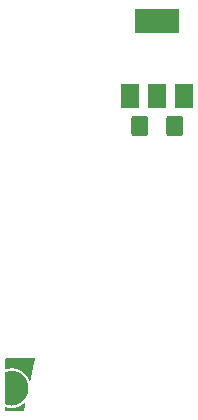
<source format=gbp>
G04 #@! TF.GenerationSoftware,KiCad,Pcbnew,(5.1.4)-1*
G04 #@! TF.CreationDate,2020-05-13T10:23:39+02:00*
G04 #@! TF.ProjectId,Pacifista_TinyFPGA,50616369-6669-4737-9461-5f54696e7946,rev?*
G04 #@! TF.SameCoordinates,Original*
G04 #@! TF.FileFunction,Paste,Bot*
G04 #@! TF.FilePolarity,Positive*
%FSLAX46Y46*%
G04 Gerber Fmt 4.6, Leading zero omitted, Abs format (unit mm)*
G04 Created by KiCad (PCBNEW (5.1.4)-1) date 2020-05-13 10:23:39*
%MOMM*%
%LPD*%
G04 APERTURE LIST*
%ADD10C,0.010000*%
%ADD11C,0.100000*%
%ADD12C,1.425000*%
%ADD13R,3.800000X2.000000*%
%ADD14R,1.500000X2.000000*%
G04 APERTURE END LIST*
D10*
G36*
X75100137Y-142186185D02*
G01*
X75098565Y-142188145D01*
X75090794Y-142196161D01*
X75082401Y-142202651D01*
X75072179Y-142210215D01*
X75060642Y-142219884D01*
X75058712Y-142221628D01*
X75040276Y-142238264D01*
X75026635Y-142249871D01*
X75016610Y-142257417D01*
X75010826Y-142260957D01*
X75004831Y-142266076D01*
X75004280Y-142269951D01*
X75004453Y-142273399D01*
X75003340Y-142273470D01*
X74993915Y-142273653D01*
X74990216Y-142277743D01*
X74990326Y-142278966D01*
X74988028Y-142283698D01*
X74985751Y-142284258D01*
X74978743Y-142287534D01*
X74975151Y-142291242D01*
X74966955Y-142298255D01*
X74961643Y-142300746D01*
X74953240Y-142305242D01*
X74942586Y-142313197D01*
X74939173Y-142316178D01*
X74929883Y-142323912D01*
X74922869Y-142328424D01*
X74921273Y-142328900D01*
X74917523Y-142332213D01*
X74917301Y-142333839D01*
X74915541Y-142336620D01*
X74914404Y-142335881D01*
X74909927Y-142336742D01*
X74902083Y-142342325D01*
X74898529Y-142345564D01*
X74890123Y-142353135D01*
X74884417Y-142357221D01*
X74883434Y-142357474D01*
X74877601Y-142358847D01*
X74869190Y-142363824D01*
X74861045Y-142370285D01*
X74856009Y-142376107D01*
X74855589Y-142378256D01*
X74854152Y-142381836D01*
X74849119Y-142381731D01*
X74839656Y-142383230D01*
X74833358Y-142387312D01*
X74824735Y-142393793D01*
X74812731Y-142400665D01*
X74810053Y-142401964D01*
X74799905Y-142408054D01*
X74796721Y-142413284D01*
X74797079Y-142414260D01*
X74797556Y-142417101D01*
X74794963Y-142415949D01*
X74788619Y-142416503D01*
X74781609Y-142422293D01*
X74775946Y-142427411D01*
X74773380Y-142426941D01*
X74773367Y-142426665D01*
X74770826Y-142423557D01*
X74769065Y-142424193D01*
X74766665Y-142429332D01*
X74767263Y-142430898D01*
X74767389Y-142433954D01*
X74766273Y-142433832D01*
X74759539Y-142434337D01*
X74750606Y-142437762D01*
X74742459Y-142442537D01*
X74738081Y-142447091D01*
X74738132Y-142448644D01*
X74737758Y-142451318D01*
X74733961Y-142450447D01*
X74725964Y-142451556D01*
X74720566Y-142457019D01*
X74715696Y-142462448D01*
X74713971Y-142460197D01*
X74713966Y-142460017D01*
X74713051Y-142456214D01*
X74709547Y-142459425D01*
X74708674Y-142460554D01*
X74703522Y-142466125D01*
X74701400Y-142467341D01*
X74691827Y-142469483D01*
X74680046Y-142474459D01*
X74670799Y-142480262D01*
X74670709Y-142480340D01*
X74665063Y-142484417D01*
X74663300Y-142484358D01*
X74659794Y-142485031D01*
X74650350Y-142488847D01*
X74636583Y-142495121D01*
X74626259Y-142500104D01*
X74601455Y-142512195D01*
X74582480Y-142521122D01*
X74567646Y-142527623D01*
X74555270Y-142532437D01*
X74543939Y-142536221D01*
X74533201Y-142540921D01*
X74530346Y-142546120D01*
X74530633Y-142547169D01*
X74530479Y-142552459D01*
X74528640Y-142553267D01*
X74523417Y-142549943D01*
X74522693Y-142548426D01*
X74519282Y-142545809D01*
X74511467Y-142548730D01*
X74504096Y-142551798D01*
X74490351Y-142556744D01*
X74471956Y-142562973D01*
X74450637Y-142569894D01*
X74441820Y-142572679D01*
X74419514Y-142579671D01*
X74399126Y-142586071D01*
X74382483Y-142591305D01*
X74371413Y-142594798D01*
X74369084Y-142595539D01*
X74351798Y-142600635D01*
X74331112Y-142606110D01*
X74309685Y-142611326D01*
X74290174Y-142615646D01*
X74275237Y-142618431D01*
X74271717Y-142618910D01*
X74257799Y-142620742D01*
X74240337Y-142623376D01*
X74229384Y-142625177D01*
X74203907Y-142629256D01*
X74174613Y-142633495D01*
X74144304Y-142637529D01*
X74115782Y-142640988D01*
X74091851Y-142643505D01*
X74085267Y-142644081D01*
X74069106Y-142644971D01*
X74046597Y-142645639D01*
X74019579Y-142646086D01*
X73989894Y-142646312D01*
X73959381Y-142646317D01*
X73929881Y-142646100D01*
X73903235Y-142645662D01*
X73881283Y-142645003D01*
X73868686Y-142644284D01*
X73774300Y-142644284D01*
X73772184Y-142646400D01*
X73770067Y-142644284D01*
X73772184Y-142642167D01*
X73774300Y-142644284D01*
X73868686Y-142644284D01*
X73865865Y-142644123D01*
X73865317Y-142644074D01*
X73847980Y-142642461D01*
X73825457Y-142640291D01*
X73800530Y-142637840D01*
X73775981Y-142635383D01*
X73754594Y-142633197D01*
X73740434Y-142631698D01*
X73731541Y-142630361D01*
X73716004Y-142627648D01*
X73695477Y-142623864D01*
X73671615Y-142619313D01*
X73649417Y-142614964D01*
X73620372Y-142609202D01*
X73598505Y-142604854D01*
X73582688Y-142601680D01*
X73571796Y-142599442D01*
X73564702Y-142597903D01*
X73560280Y-142596823D01*
X73557403Y-142595965D01*
X73554945Y-142595089D01*
X73554167Y-142594804D01*
X73537833Y-142589395D01*
X73521779Y-142584977D01*
X73508256Y-142582077D01*
X73499515Y-142581223D01*
X73497798Y-142581609D01*
X73495534Y-142581492D01*
X73496286Y-142579850D01*
X73494441Y-142576550D01*
X73465267Y-142576550D01*
X73463150Y-142578667D01*
X73461034Y-142576550D01*
X73463150Y-142574433D01*
X73465267Y-142576550D01*
X73494441Y-142576550D01*
X73494354Y-142576395D01*
X73485571Y-142573116D01*
X73481065Y-142572139D01*
X73471084Y-142570048D01*
X73463349Y-142568568D01*
X73457577Y-142568597D01*
X73453484Y-142571037D01*
X73450787Y-142576786D01*
X73449203Y-142586745D01*
X73448448Y-142601813D01*
X73448239Y-142622891D01*
X73448292Y-142650878D01*
X73448334Y-142676082D01*
X73448334Y-142785042D01*
X73461788Y-142787733D01*
X73467385Y-142788016D01*
X73481013Y-142788289D01*
X73502237Y-142788551D01*
X73530622Y-142788800D01*
X73565731Y-142789035D01*
X73607129Y-142789255D01*
X73654380Y-142789457D01*
X73707050Y-142789641D01*
X73764702Y-142789806D01*
X73826902Y-142789948D01*
X73893213Y-142790068D01*
X73963200Y-142790164D01*
X74036427Y-142790234D01*
X74112460Y-142790277D01*
X74190862Y-142790291D01*
X74227019Y-142790287D01*
X74978796Y-142790151D01*
X74983705Y-142774367D01*
X74986792Y-142762817D01*
X74963867Y-142762817D01*
X74961751Y-142764934D01*
X74959634Y-142762817D01*
X74961751Y-142760700D01*
X74963867Y-142762817D01*
X74986792Y-142762817D01*
X74986824Y-142762701D01*
X74990705Y-142745886D01*
X74994620Y-142727108D01*
X74995497Y-142722600D01*
X75000777Y-142695783D01*
X75004984Y-142676239D01*
X75008222Y-142663334D01*
X75009226Y-142658236D01*
X75011069Y-142647811D01*
X74103089Y-142647811D01*
X74102508Y-142650328D01*
X74100267Y-142650634D01*
X74096783Y-142649085D01*
X74097078Y-142648517D01*
X73842034Y-142648517D01*
X73839917Y-142650634D01*
X73837801Y-142648517D01*
X73839917Y-142646400D01*
X73842034Y-142648517D01*
X74097078Y-142648517D01*
X74097445Y-142647811D01*
X74102469Y-142647305D01*
X74103089Y-142647811D01*
X75011069Y-142647811D01*
X75011071Y-142647805D01*
X75012034Y-142642167D01*
X75015542Y-142625370D01*
X75019476Y-142610417D01*
X75014667Y-142610417D01*
X75012551Y-142612533D01*
X75010434Y-142610417D01*
X75012551Y-142608300D01*
X75014667Y-142610417D01*
X75019476Y-142610417D01*
X75020197Y-142607678D01*
X75021322Y-142603993D01*
X75025407Y-142587326D01*
X75028241Y-142568910D01*
X75028690Y-142563619D01*
X75030089Y-142550169D01*
X75032188Y-142539874D01*
X75033372Y-142536893D01*
X75036873Y-142528241D01*
X75040801Y-142514211D01*
X75042067Y-142508567D01*
X75031601Y-142508567D01*
X75030205Y-142514683D01*
X75026540Y-142512850D01*
X75025431Y-142511226D01*
X75025962Y-142505789D01*
X75027298Y-142504626D01*
X75030980Y-142505546D01*
X75031601Y-142508567D01*
X75042067Y-142508567D01*
X75044479Y-142497817D01*
X75044776Y-142496117D01*
X74650600Y-142496117D01*
X74648484Y-142498233D01*
X74646367Y-142496117D01*
X74648484Y-142494000D01*
X74650600Y-142496117D01*
X75044776Y-142496117D01*
X75045516Y-142491883D01*
X75031601Y-142491883D01*
X75029484Y-142494000D01*
X75027367Y-142491883D01*
X75029484Y-142489767D01*
X75031601Y-142491883D01*
X75045516Y-142491883D01*
X75047231Y-142482075D01*
X75047506Y-142479183D01*
X74684467Y-142479183D01*
X74682350Y-142481300D01*
X74680234Y-142479183D01*
X74682350Y-142477067D01*
X74684467Y-142479183D01*
X75047506Y-142479183D01*
X75048313Y-142470717D01*
X74718334Y-142470717D01*
X74716217Y-142472833D01*
X74714100Y-142470717D01*
X74716217Y-142468600D01*
X74718334Y-142470717D01*
X75048313Y-142470717D01*
X75048382Y-142470000D01*
X75048383Y-142469908D01*
X75049695Y-142459739D01*
X75052657Y-142453856D01*
X75052767Y-142453783D01*
X75055992Y-142447974D01*
X75057001Y-142440386D01*
X75057361Y-142436850D01*
X74786067Y-142436850D01*
X74783950Y-142438967D01*
X74781834Y-142436850D01*
X74777600Y-142436850D01*
X74775484Y-142438967D01*
X74773367Y-142436850D01*
X74775484Y-142434733D01*
X74777600Y-142436850D01*
X74781834Y-142436850D01*
X74783950Y-142434733D01*
X74786067Y-142436850D01*
X75057361Y-142436850D01*
X75058032Y-142430282D01*
X75060681Y-142415858D01*
X75063023Y-142405711D01*
X75066869Y-142389469D01*
X75067589Y-142386050D01*
X74887667Y-142386050D01*
X74885551Y-142388167D01*
X74883434Y-142386050D01*
X74885551Y-142383933D01*
X74887667Y-142386050D01*
X75067589Y-142386050D01*
X75070122Y-142374037D01*
X75071389Y-142367000D01*
X75073405Y-142356122D01*
X75076762Y-142339888D01*
X75080856Y-142321185D01*
X75082467Y-142314083D01*
X75084388Y-142305617D01*
X74989267Y-142305617D01*
X74987151Y-142307733D01*
X74985034Y-142305617D01*
X74980801Y-142305617D01*
X74978684Y-142307733D01*
X74976567Y-142305617D01*
X74978684Y-142303500D01*
X74980801Y-142305617D01*
X74985034Y-142305617D01*
X74987151Y-142303500D01*
X74989267Y-142305617D01*
X75084388Y-142305617D01*
X75087350Y-142292564D01*
X75077833Y-142292564D01*
X75077055Y-142298055D01*
X75075610Y-142298120D01*
X75074599Y-142292454D01*
X75075275Y-142290006D01*
X75077155Y-142288403D01*
X75077833Y-142292564D01*
X75087350Y-142292564D01*
X75089306Y-142283948D01*
X75093816Y-142263283D01*
X75023134Y-142263283D01*
X75021017Y-142265400D01*
X75018901Y-142263283D01*
X75021017Y-142261167D01*
X75023134Y-142263283D01*
X75093816Y-142263283D01*
X75094365Y-142260768D01*
X75096401Y-142250583D01*
X75048534Y-142250583D01*
X75046417Y-142252700D01*
X75044301Y-142250583D01*
X75046417Y-142248467D01*
X75048534Y-142250583D01*
X75096401Y-142250583D01*
X75097863Y-142243272D01*
X75100024Y-142230188D01*
X75101068Y-142220245D01*
X75101218Y-142212172D01*
X75101004Y-142208250D01*
X75082401Y-142208250D01*
X75080284Y-142210367D01*
X75078167Y-142208250D01*
X75080284Y-142206133D01*
X75082401Y-142208250D01*
X75101004Y-142208250D01*
X75100980Y-142207827D01*
X75100655Y-142198423D01*
X75101829Y-142197139D01*
X75103074Y-142199665D01*
X75105637Y-142204675D01*
X75107351Y-142202495D01*
X75108676Y-142196389D01*
X75109072Y-142186186D01*
X75105890Y-142182510D01*
X75100137Y-142186185D01*
X75100137Y-142186185D01*
G37*
X75100137Y-142186185D02*
X75098565Y-142188145D01*
X75090794Y-142196161D01*
X75082401Y-142202651D01*
X75072179Y-142210215D01*
X75060642Y-142219884D01*
X75058712Y-142221628D01*
X75040276Y-142238264D01*
X75026635Y-142249871D01*
X75016610Y-142257417D01*
X75010826Y-142260957D01*
X75004831Y-142266076D01*
X75004280Y-142269951D01*
X75004453Y-142273399D01*
X75003340Y-142273470D01*
X74993915Y-142273653D01*
X74990216Y-142277743D01*
X74990326Y-142278966D01*
X74988028Y-142283698D01*
X74985751Y-142284258D01*
X74978743Y-142287534D01*
X74975151Y-142291242D01*
X74966955Y-142298255D01*
X74961643Y-142300746D01*
X74953240Y-142305242D01*
X74942586Y-142313197D01*
X74939173Y-142316178D01*
X74929883Y-142323912D01*
X74922869Y-142328424D01*
X74921273Y-142328900D01*
X74917523Y-142332213D01*
X74917301Y-142333839D01*
X74915541Y-142336620D01*
X74914404Y-142335881D01*
X74909927Y-142336742D01*
X74902083Y-142342325D01*
X74898529Y-142345564D01*
X74890123Y-142353135D01*
X74884417Y-142357221D01*
X74883434Y-142357474D01*
X74877601Y-142358847D01*
X74869190Y-142363824D01*
X74861045Y-142370285D01*
X74856009Y-142376107D01*
X74855589Y-142378256D01*
X74854152Y-142381836D01*
X74849119Y-142381731D01*
X74839656Y-142383230D01*
X74833358Y-142387312D01*
X74824735Y-142393793D01*
X74812731Y-142400665D01*
X74810053Y-142401964D01*
X74799905Y-142408054D01*
X74796721Y-142413284D01*
X74797079Y-142414260D01*
X74797556Y-142417101D01*
X74794963Y-142415949D01*
X74788619Y-142416503D01*
X74781609Y-142422293D01*
X74775946Y-142427411D01*
X74773380Y-142426941D01*
X74773367Y-142426665D01*
X74770826Y-142423557D01*
X74769065Y-142424193D01*
X74766665Y-142429332D01*
X74767263Y-142430898D01*
X74767389Y-142433954D01*
X74766273Y-142433832D01*
X74759539Y-142434337D01*
X74750606Y-142437762D01*
X74742459Y-142442537D01*
X74738081Y-142447091D01*
X74738132Y-142448644D01*
X74737758Y-142451318D01*
X74733961Y-142450447D01*
X74725964Y-142451556D01*
X74720566Y-142457019D01*
X74715696Y-142462448D01*
X74713971Y-142460197D01*
X74713966Y-142460017D01*
X74713051Y-142456214D01*
X74709547Y-142459425D01*
X74708674Y-142460554D01*
X74703522Y-142466125D01*
X74701400Y-142467341D01*
X74691827Y-142469483D01*
X74680046Y-142474459D01*
X74670799Y-142480262D01*
X74670709Y-142480340D01*
X74665063Y-142484417D01*
X74663300Y-142484358D01*
X74659794Y-142485031D01*
X74650350Y-142488847D01*
X74636583Y-142495121D01*
X74626259Y-142500104D01*
X74601455Y-142512195D01*
X74582480Y-142521122D01*
X74567646Y-142527623D01*
X74555270Y-142532437D01*
X74543939Y-142536221D01*
X74533201Y-142540921D01*
X74530346Y-142546120D01*
X74530633Y-142547169D01*
X74530479Y-142552459D01*
X74528640Y-142553267D01*
X74523417Y-142549943D01*
X74522693Y-142548426D01*
X74519282Y-142545809D01*
X74511467Y-142548730D01*
X74504096Y-142551798D01*
X74490351Y-142556744D01*
X74471956Y-142562973D01*
X74450637Y-142569894D01*
X74441820Y-142572679D01*
X74419514Y-142579671D01*
X74399126Y-142586071D01*
X74382483Y-142591305D01*
X74371413Y-142594798D01*
X74369084Y-142595539D01*
X74351798Y-142600635D01*
X74331112Y-142606110D01*
X74309685Y-142611326D01*
X74290174Y-142615646D01*
X74275237Y-142618431D01*
X74271717Y-142618910D01*
X74257799Y-142620742D01*
X74240337Y-142623376D01*
X74229384Y-142625177D01*
X74203907Y-142629256D01*
X74174613Y-142633495D01*
X74144304Y-142637529D01*
X74115782Y-142640988D01*
X74091851Y-142643505D01*
X74085267Y-142644081D01*
X74069106Y-142644971D01*
X74046597Y-142645639D01*
X74019579Y-142646086D01*
X73989894Y-142646312D01*
X73959381Y-142646317D01*
X73929881Y-142646100D01*
X73903235Y-142645662D01*
X73881283Y-142645003D01*
X73868686Y-142644284D01*
X73774300Y-142644284D01*
X73772184Y-142646400D01*
X73770067Y-142644284D01*
X73772184Y-142642167D01*
X73774300Y-142644284D01*
X73868686Y-142644284D01*
X73865865Y-142644123D01*
X73865317Y-142644074D01*
X73847980Y-142642461D01*
X73825457Y-142640291D01*
X73800530Y-142637840D01*
X73775981Y-142635383D01*
X73754594Y-142633197D01*
X73740434Y-142631698D01*
X73731541Y-142630361D01*
X73716004Y-142627648D01*
X73695477Y-142623864D01*
X73671615Y-142619313D01*
X73649417Y-142614964D01*
X73620372Y-142609202D01*
X73598505Y-142604854D01*
X73582688Y-142601680D01*
X73571796Y-142599442D01*
X73564702Y-142597903D01*
X73560280Y-142596823D01*
X73557403Y-142595965D01*
X73554945Y-142595089D01*
X73554167Y-142594804D01*
X73537833Y-142589395D01*
X73521779Y-142584977D01*
X73508256Y-142582077D01*
X73499515Y-142581223D01*
X73497798Y-142581609D01*
X73495534Y-142581492D01*
X73496286Y-142579850D01*
X73494441Y-142576550D01*
X73465267Y-142576550D01*
X73463150Y-142578667D01*
X73461034Y-142576550D01*
X73463150Y-142574433D01*
X73465267Y-142576550D01*
X73494441Y-142576550D01*
X73494354Y-142576395D01*
X73485571Y-142573116D01*
X73481065Y-142572139D01*
X73471084Y-142570048D01*
X73463349Y-142568568D01*
X73457577Y-142568597D01*
X73453484Y-142571037D01*
X73450787Y-142576786D01*
X73449203Y-142586745D01*
X73448448Y-142601813D01*
X73448239Y-142622891D01*
X73448292Y-142650878D01*
X73448334Y-142676082D01*
X73448334Y-142785042D01*
X73461788Y-142787733D01*
X73467385Y-142788016D01*
X73481013Y-142788289D01*
X73502237Y-142788551D01*
X73530622Y-142788800D01*
X73565731Y-142789035D01*
X73607129Y-142789255D01*
X73654380Y-142789457D01*
X73707050Y-142789641D01*
X73764702Y-142789806D01*
X73826902Y-142789948D01*
X73893213Y-142790068D01*
X73963200Y-142790164D01*
X74036427Y-142790234D01*
X74112460Y-142790277D01*
X74190862Y-142790291D01*
X74227019Y-142790287D01*
X74978796Y-142790151D01*
X74983705Y-142774367D01*
X74986792Y-142762817D01*
X74963867Y-142762817D01*
X74961751Y-142764934D01*
X74959634Y-142762817D01*
X74961751Y-142760700D01*
X74963867Y-142762817D01*
X74986792Y-142762817D01*
X74986824Y-142762701D01*
X74990705Y-142745886D01*
X74994620Y-142727108D01*
X74995497Y-142722600D01*
X75000777Y-142695783D01*
X75004984Y-142676239D01*
X75008222Y-142663334D01*
X75009226Y-142658236D01*
X75011069Y-142647811D01*
X74103089Y-142647811D01*
X74102508Y-142650328D01*
X74100267Y-142650634D01*
X74096783Y-142649085D01*
X74097078Y-142648517D01*
X73842034Y-142648517D01*
X73839917Y-142650634D01*
X73837801Y-142648517D01*
X73839917Y-142646400D01*
X73842034Y-142648517D01*
X74097078Y-142648517D01*
X74097445Y-142647811D01*
X74102469Y-142647305D01*
X74103089Y-142647811D01*
X75011069Y-142647811D01*
X75011071Y-142647805D01*
X75012034Y-142642167D01*
X75015542Y-142625370D01*
X75019476Y-142610417D01*
X75014667Y-142610417D01*
X75012551Y-142612533D01*
X75010434Y-142610417D01*
X75012551Y-142608300D01*
X75014667Y-142610417D01*
X75019476Y-142610417D01*
X75020197Y-142607678D01*
X75021322Y-142603993D01*
X75025407Y-142587326D01*
X75028241Y-142568910D01*
X75028690Y-142563619D01*
X75030089Y-142550169D01*
X75032188Y-142539874D01*
X75033372Y-142536893D01*
X75036873Y-142528241D01*
X75040801Y-142514211D01*
X75042067Y-142508567D01*
X75031601Y-142508567D01*
X75030205Y-142514683D01*
X75026540Y-142512850D01*
X75025431Y-142511226D01*
X75025962Y-142505789D01*
X75027298Y-142504626D01*
X75030980Y-142505546D01*
X75031601Y-142508567D01*
X75042067Y-142508567D01*
X75044479Y-142497817D01*
X75044776Y-142496117D01*
X74650600Y-142496117D01*
X74648484Y-142498233D01*
X74646367Y-142496117D01*
X74648484Y-142494000D01*
X74650600Y-142496117D01*
X75044776Y-142496117D01*
X75045516Y-142491883D01*
X75031601Y-142491883D01*
X75029484Y-142494000D01*
X75027367Y-142491883D01*
X75029484Y-142489767D01*
X75031601Y-142491883D01*
X75045516Y-142491883D01*
X75047231Y-142482075D01*
X75047506Y-142479183D01*
X74684467Y-142479183D01*
X74682350Y-142481300D01*
X74680234Y-142479183D01*
X74682350Y-142477067D01*
X74684467Y-142479183D01*
X75047506Y-142479183D01*
X75048313Y-142470717D01*
X74718334Y-142470717D01*
X74716217Y-142472833D01*
X74714100Y-142470717D01*
X74716217Y-142468600D01*
X74718334Y-142470717D01*
X75048313Y-142470717D01*
X75048382Y-142470000D01*
X75048383Y-142469908D01*
X75049695Y-142459739D01*
X75052657Y-142453856D01*
X75052767Y-142453783D01*
X75055992Y-142447974D01*
X75057001Y-142440386D01*
X75057361Y-142436850D01*
X74786067Y-142436850D01*
X74783950Y-142438967D01*
X74781834Y-142436850D01*
X74777600Y-142436850D01*
X74775484Y-142438967D01*
X74773367Y-142436850D01*
X74775484Y-142434733D01*
X74777600Y-142436850D01*
X74781834Y-142436850D01*
X74783950Y-142434733D01*
X74786067Y-142436850D01*
X75057361Y-142436850D01*
X75058032Y-142430282D01*
X75060681Y-142415858D01*
X75063023Y-142405711D01*
X75066869Y-142389469D01*
X75067589Y-142386050D01*
X74887667Y-142386050D01*
X74885551Y-142388167D01*
X74883434Y-142386050D01*
X74885551Y-142383933D01*
X74887667Y-142386050D01*
X75067589Y-142386050D01*
X75070122Y-142374037D01*
X75071389Y-142367000D01*
X75073405Y-142356122D01*
X75076762Y-142339888D01*
X75080856Y-142321185D01*
X75082467Y-142314083D01*
X75084388Y-142305617D01*
X74989267Y-142305617D01*
X74987151Y-142307733D01*
X74985034Y-142305617D01*
X74980801Y-142305617D01*
X74978684Y-142307733D01*
X74976567Y-142305617D01*
X74978684Y-142303500D01*
X74980801Y-142305617D01*
X74985034Y-142305617D01*
X74987151Y-142303500D01*
X74989267Y-142305617D01*
X75084388Y-142305617D01*
X75087350Y-142292564D01*
X75077833Y-142292564D01*
X75077055Y-142298055D01*
X75075610Y-142298120D01*
X75074599Y-142292454D01*
X75075275Y-142290006D01*
X75077155Y-142288403D01*
X75077833Y-142292564D01*
X75087350Y-142292564D01*
X75089306Y-142283948D01*
X75093816Y-142263283D01*
X75023134Y-142263283D01*
X75021017Y-142265400D01*
X75018901Y-142263283D01*
X75021017Y-142261167D01*
X75023134Y-142263283D01*
X75093816Y-142263283D01*
X75094365Y-142260768D01*
X75096401Y-142250583D01*
X75048534Y-142250583D01*
X75046417Y-142252700D01*
X75044301Y-142250583D01*
X75046417Y-142248467D01*
X75048534Y-142250583D01*
X75096401Y-142250583D01*
X75097863Y-142243272D01*
X75100024Y-142230188D01*
X75101068Y-142220245D01*
X75101218Y-142212172D01*
X75101004Y-142208250D01*
X75082401Y-142208250D01*
X75080284Y-142210367D01*
X75078167Y-142208250D01*
X75080284Y-142206133D01*
X75082401Y-142208250D01*
X75101004Y-142208250D01*
X75100980Y-142207827D01*
X75100655Y-142198423D01*
X75101829Y-142197139D01*
X75103074Y-142199665D01*
X75105637Y-142204675D01*
X75107351Y-142202495D01*
X75108676Y-142196389D01*
X75109072Y-142186186D01*
X75105890Y-142182510D01*
X75100137Y-142186185D01*
G36*
X73996078Y-139508093D02*
G01*
X73967700Y-139508606D01*
X73941185Y-139509550D01*
X73917980Y-139510916D01*
X73899534Y-139512693D01*
X73887297Y-139514873D01*
X73883725Y-139516247D01*
X73876627Y-139517947D01*
X73864571Y-139518575D01*
X73857674Y-139518394D01*
X73844442Y-139518445D01*
X73839400Y-139520445D01*
X73839678Y-139521813D01*
X73839395Y-139524589D01*
X73835905Y-139523816D01*
X73829410Y-139523662D01*
X73816743Y-139525103D01*
X73799748Y-139527770D01*
X73780269Y-139531298D01*
X73760149Y-139535319D01*
X73741232Y-139539469D01*
X73725360Y-139543379D01*
X73714379Y-139546683D01*
X73710215Y-139548810D01*
X73705077Y-139551095D01*
X73703678Y-139550548D01*
X73697812Y-139550709D01*
X73687480Y-139553879D01*
X73682383Y-139555994D01*
X73671519Y-139560260D01*
X73664237Y-139562007D01*
X73662858Y-139561747D01*
X73658084Y-139561940D01*
X73647889Y-139564479D01*
X73634706Y-139568547D01*
X73620968Y-139573324D01*
X73609106Y-139577991D01*
X73601553Y-139581731D01*
X73600261Y-139582816D01*
X73595615Y-139586054D01*
X73594969Y-139586062D01*
X73584987Y-139585843D01*
X73580174Y-139588017D01*
X73580068Y-139588875D01*
X73580038Y-139595991D01*
X73577603Y-139597041D01*
X73576089Y-139595244D01*
X73572087Y-139592550D01*
X73564389Y-139593612D01*
X73554987Y-139596944D01*
X73544330Y-139601904D01*
X73537996Y-139606348D01*
X73537234Y-139607759D01*
X73534602Y-139609686D01*
X73533000Y-139608983D01*
X73529106Y-139609460D01*
X73528767Y-139611100D01*
X73526350Y-139614015D01*
X73524974Y-139613489D01*
X73518947Y-139613636D01*
X73509564Y-139617207D01*
X73509099Y-139617447D01*
X73499218Y-139621884D01*
X73492291Y-139623774D01*
X73492244Y-139623774D01*
X73485817Y-139626742D01*
X73482041Y-139630343D01*
X73475028Y-139634760D01*
X73470779Y-139634648D01*
X73464480Y-139635893D01*
X73462537Y-139638688D01*
X73457191Y-139644270D01*
X73454231Y-139644967D01*
X73453655Y-139645896D01*
X73453117Y-139648860D01*
X73452616Y-139654122D01*
X73452149Y-139661946D01*
X73451717Y-139672598D01*
X73451317Y-139686340D01*
X73450949Y-139703436D01*
X73450611Y-139724152D01*
X73450302Y-139748750D01*
X73450021Y-139777495D01*
X73449767Y-139810651D01*
X73449538Y-139848482D01*
X73449334Y-139891253D01*
X73449153Y-139939226D01*
X73448993Y-139992667D01*
X73448854Y-140051839D01*
X73448735Y-140117006D01*
X73448634Y-140188433D01*
X73448550Y-140266383D01*
X73448481Y-140351121D01*
X73448428Y-140442910D01*
X73448387Y-140542015D01*
X73448359Y-140648700D01*
X73448342Y-140763229D01*
X73448334Y-140885865D01*
X73448334Y-140931900D01*
X73448337Y-141056292D01*
X73448346Y-141172491D01*
X73448364Y-141280774D01*
X73448390Y-141381414D01*
X73448428Y-141474686D01*
X73448478Y-141560866D01*
X73448542Y-141640228D01*
X73448620Y-141713046D01*
X73448715Y-141779596D01*
X73448828Y-141840152D01*
X73448960Y-141894990D01*
X73449113Y-141944383D01*
X73449288Y-141988607D01*
X73449487Y-142027936D01*
X73449710Y-142062645D01*
X73449960Y-142093009D01*
X73450238Y-142119303D01*
X73450544Y-142141801D01*
X73450882Y-142160779D01*
X73451251Y-142176511D01*
X73451653Y-142189271D01*
X73452091Y-142199335D01*
X73452564Y-142206977D01*
X73453075Y-142212472D01*
X73453626Y-142216096D01*
X73454216Y-142218122D01*
X73454849Y-142218825D01*
X73454934Y-142218833D01*
X73459538Y-142220570D01*
X73459351Y-142222364D01*
X73461706Y-142225687D01*
X73470058Y-142230615D01*
X73479210Y-142234684D01*
X73499176Y-142242456D01*
X73520440Y-142250421D01*
X73541163Y-142257923D01*
X73559506Y-142264310D01*
X73573631Y-142268928D01*
X73581684Y-142271120D01*
X73592820Y-142274034D01*
X73597559Y-142275800D01*
X73607223Y-142277315D01*
X73611537Y-142276485D01*
X73615982Y-142276066D01*
X73615800Y-142277697D01*
X73617598Y-142281209D01*
X73627383Y-142284975D01*
X73643344Y-142288687D01*
X73650739Y-142290319D01*
X73663470Y-142293265D01*
X73677211Y-142296514D01*
X73699331Y-142301709D01*
X73714610Y-142304971D01*
X73724419Y-142306423D01*
X73730130Y-142306190D01*
X73733114Y-142304399D01*
X73734531Y-142301745D01*
X73738715Y-142297327D01*
X73741329Y-142297704D01*
X73742456Y-142301590D01*
X73739950Y-142303799D01*
X73736129Y-142307735D01*
X73739676Y-142310617D01*
X73751047Y-142312689D01*
X73757618Y-142313324D01*
X73770635Y-142314834D01*
X73780674Y-142316742D01*
X73782767Y-142317394D01*
X73790126Y-142319050D01*
X73802980Y-142320867D01*
X73816634Y-142322275D01*
X73834757Y-142323936D01*
X73856801Y-142326096D01*
X73878271Y-142328313D01*
X73880134Y-142328513D01*
X73910987Y-142330827D01*
X73947990Y-142331975D01*
X73988908Y-142331977D01*
X74031508Y-142330856D01*
X74073557Y-142328632D01*
X74101962Y-142326386D01*
X74130796Y-142323399D01*
X74151732Y-142320426D01*
X74165338Y-142317370D01*
X74172145Y-142314164D01*
X74179290Y-142308968D01*
X74183509Y-142308062D01*
X74182910Y-142311808D01*
X74182712Y-142312137D01*
X74183841Y-142314773D01*
X74191987Y-142314014D01*
X74211063Y-142309892D01*
X74231033Y-142305334D01*
X74253657Y-142299917D01*
X74280695Y-142293219D01*
X74284679Y-142292211D01*
X74242789Y-142292211D01*
X74242208Y-142294728D01*
X74239967Y-142295033D01*
X74236483Y-142293485D01*
X74237145Y-142292211D01*
X74242169Y-142291705D01*
X74242789Y-142292211D01*
X74284679Y-142292211D01*
X74298624Y-142288683D01*
X74184934Y-142288683D01*
X74182817Y-142290800D01*
X74180701Y-142288683D01*
X74182817Y-142286567D01*
X74184934Y-142288683D01*
X74298624Y-142288683D01*
X74313906Y-142284817D01*
X74319179Y-142283473D01*
X74332743Y-142279323D01*
X74341119Y-142275342D01*
X74342867Y-142272545D01*
X74342989Y-142271045D01*
X73633189Y-142271045D01*
X73632608Y-142273561D01*
X73630367Y-142273867D01*
X73626883Y-142272318D01*
X73627545Y-142271045D01*
X73632569Y-142270538D01*
X73633189Y-142271045D01*
X74342989Y-142271045D01*
X74343043Y-142270388D01*
X74345251Y-142271410D01*
X74351249Y-142271667D01*
X74362410Y-142269476D01*
X74376758Y-142265514D01*
X74392319Y-142260456D01*
X74393258Y-142260108D01*
X74378759Y-142260108D01*
X74375681Y-142260509D01*
X74367797Y-142258136D01*
X74364850Y-142256933D01*
X74361354Y-142254817D01*
X74350034Y-142254817D01*
X74347917Y-142256933D01*
X74345800Y-142254817D01*
X74347917Y-142252700D01*
X74350034Y-142254817D01*
X74361354Y-142254817D01*
X74360079Y-142254046D01*
X74362734Y-142253063D01*
X74371771Y-142255062D01*
X74375434Y-142256933D01*
X74378759Y-142260108D01*
X74393258Y-142260108D01*
X74407116Y-142254976D01*
X74419173Y-142249751D01*
X74424986Y-142246350D01*
X74417767Y-142246350D01*
X74415650Y-142248467D01*
X74413534Y-142246350D01*
X74415650Y-142244233D01*
X74417767Y-142246350D01*
X74424986Y-142246350D01*
X74426516Y-142245455D01*
X74427725Y-142243221D01*
X74427604Y-142240698D01*
X74429641Y-142241606D01*
X74436918Y-142242270D01*
X74441937Y-142240566D01*
X74449545Y-142237056D01*
X74459166Y-142232945D01*
X73497723Y-142232945D01*
X73497142Y-142235461D01*
X73494900Y-142235767D01*
X73491416Y-142234218D01*
X73492078Y-142232945D01*
X73497102Y-142232438D01*
X73497723Y-142232945D01*
X74459166Y-142232945D01*
X74462314Y-142231600D01*
X74467633Y-142229417D01*
X74451634Y-142229417D01*
X74449517Y-142231533D01*
X74447400Y-142229417D01*
X74449517Y-142227300D01*
X74451634Y-142229417D01*
X74467633Y-142229417D01*
X74477528Y-142225357D01*
X74478057Y-142225145D01*
X74491598Y-142219171D01*
X74501034Y-142213972D01*
X74504573Y-142210556D01*
X74504495Y-142210277D01*
X74506006Y-142207941D01*
X74509778Y-142207961D01*
X74519680Y-142206698D01*
X74532841Y-142201884D01*
X74545798Y-142195110D01*
X74550732Y-142191317D01*
X74549000Y-142191317D01*
X74546884Y-142193433D01*
X74544767Y-142191317D01*
X74546884Y-142189200D01*
X74549000Y-142191317D01*
X74550732Y-142191317D01*
X74555086Y-142187971D01*
X74556227Y-142186601D01*
X74561584Y-142181906D01*
X74564488Y-142182110D01*
X74569357Y-142181846D01*
X74575115Y-142177970D01*
X74580883Y-142173779D01*
X74582867Y-142174038D01*
X74586124Y-142173529D01*
X74594404Y-142169856D01*
X74605474Y-142164214D01*
X74608013Y-142162813D01*
X74597533Y-142162813D01*
X74597248Y-142164506D01*
X74591664Y-142167999D01*
X74591084Y-142168033D01*
X74587177Y-142165193D01*
X74587100Y-142164506D01*
X74590527Y-142161347D01*
X74593264Y-142160978D01*
X74556056Y-142160978D01*
X74555475Y-142163495D01*
X74553234Y-142163800D01*
X74549749Y-142162251D01*
X74550412Y-142160978D01*
X74555436Y-142160471D01*
X74556056Y-142160978D01*
X74593264Y-142160978D01*
X74597533Y-142162813D01*
X74608013Y-142162813D01*
X74617102Y-142157800D01*
X74627053Y-142151810D01*
X74633095Y-142147440D01*
X74633667Y-142146829D01*
X74638299Y-142143651D01*
X74648289Y-142138043D01*
X74660125Y-142131907D01*
X74672692Y-142124778D01*
X74681483Y-142118213D01*
X74684467Y-142113983D01*
X74686426Y-142110085D01*
X74688011Y-142110457D01*
X74693690Y-142110109D01*
X74700958Y-142105935D01*
X74706619Y-142100320D01*
X74707601Y-142095826D01*
X74708449Y-142093612D01*
X74711218Y-142094242D01*
X74718722Y-142093427D01*
X74723836Y-142089960D01*
X74731042Y-142084629D01*
X74734965Y-142083367D01*
X74739324Y-142081048D01*
X74739500Y-142080167D01*
X74742935Y-142076363D01*
X74751142Y-142071748D01*
X74761870Y-142065364D01*
X74768660Y-142060083D01*
X74764900Y-142060083D01*
X74762784Y-142062200D01*
X74760667Y-142060083D01*
X74762784Y-142057967D01*
X74764900Y-142060083D01*
X74768660Y-142060083D01*
X74773686Y-142056174D01*
X74776067Y-142054011D01*
X74784564Y-142046833D01*
X74790354Y-142043470D01*
X74791415Y-142043559D01*
X74795112Y-142041970D01*
X74801885Y-142035506D01*
X74804590Y-142032421D01*
X74811408Y-142025007D01*
X74815328Y-142022077D01*
X74815700Y-142022468D01*
X74817781Y-142022139D01*
X74821916Y-142017501D01*
X74826584Y-142012588D01*
X74828266Y-142012882D01*
X74831021Y-142012371D01*
X74837911Y-142007107D01*
X74840163Y-142005050D01*
X74828400Y-142005050D01*
X74826284Y-142007167D01*
X74824167Y-142005050D01*
X74826284Y-142002933D01*
X74828400Y-142005050D01*
X74840163Y-142005050D01*
X74843176Y-142002299D01*
X74854269Y-141992033D01*
X74864572Y-141983102D01*
X74867518Y-141980736D01*
X74885665Y-141966352D01*
X74897682Y-141955754D01*
X74902686Y-141950017D01*
X74887667Y-141950017D01*
X74885551Y-141952133D01*
X74883434Y-141950017D01*
X74885551Y-141947900D01*
X74887667Y-141950017D01*
X74902686Y-141950017D01*
X74904456Y-141947988D01*
X74906872Y-141942101D01*
X74906522Y-141938818D01*
X74906450Y-141932376D01*
X74908798Y-141930967D01*
X74911592Y-141933543D01*
X74910951Y-141935200D01*
X74910670Y-141939083D01*
X74911759Y-141939366D01*
X74916762Y-141936387D01*
X74925604Y-141928621D01*
X74936780Y-141917665D01*
X74948790Y-141905116D01*
X74952435Y-141901084D01*
X74946934Y-141901084D01*
X74943861Y-141905395D01*
X74942701Y-141905567D01*
X74938577Y-141904122D01*
X74938467Y-141903700D01*
X74941434Y-141900086D01*
X74942701Y-141899217D01*
X74946601Y-141899552D01*
X74946934Y-141901084D01*
X74952435Y-141901084D01*
X74960130Y-141892575D01*
X74969298Y-141881637D01*
X74974791Y-141873902D01*
X74975684Y-141871366D01*
X74978023Y-141866557D01*
X74981812Y-141865548D01*
X74988444Y-141863327D01*
X74989858Y-141861117D01*
X74993230Y-141855859D01*
X75000328Y-141848417D01*
X74993501Y-141848417D01*
X74991384Y-141850533D01*
X74989267Y-141848417D01*
X74991384Y-141846300D01*
X74993501Y-141848417D01*
X75000328Y-141848417D01*
X75000805Y-141847918D01*
X75003664Y-141845309D01*
X75011159Y-141838210D01*
X75014446Y-141834084D01*
X75014236Y-141833668D01*
X75015671Y-141830811D01*
X75021742Y-141823285D01*
X75029478Y-141814550D01*
X75014667Y-141814550D01*
X75012551Y-141816667D01*
X75010434Y-141814550D01*
X75011139Y-141813845D01*
X75004789Y-141813845D01*
X75004208Y-141816361D01*
X75001967Y-141816667D01*
X74998483Y-141815118D01*
X74999145Y-141813845D01*
X75004169Y-141813338D01*
X75004789Y-141813845D01*
X75011139Y-141813845D01*
X75012551Y-141812433D01*
X75014667Y-141814550D01*
X75029478Y-141814550D01*
X75031249Y-141812551D01*
X75034281Y-141809258D01*
X75044963Y-141797310D01*
X75051632Y-141789150D01*
X75027367Y-141789150D01*
X75025251Y-141791267D01*
X75023134Y-141789150D01*
X75025251Y-141787033D01*
X75027367Y-141789150D01*
X75051632Y-141789150D01*
X75052938Y-141787553D01*
X75056785Y-141781749D01*
X75056937Y-141781169D01*
X75059742Y-141775845D01*
X75066413Y-141768244D01*
X75066526Y-141768133D01*
X75076629Y-141757555D01*
X75085097Y-141747431D01*
X75090162Y-141739956D01*
X75090867Y-141737911D01*
X75093227Y-141733207D01*
X75098940Y-141725191D01*
X75099276Y-141724762D01*
X75104333Y-141716013D01*
X75105052Y-141709482D01*
X75104947Y-141709278D01*
X75104388Y-141706729D01*
X75105701Y-141707649D01*
X75109649Y-141706441D01*
X75115461Y-141699865D01*
X75121611Y-141690312D01*
X75126573Y-141680172D01*
X75126866Y-141679084D01*
X75103567Y-141679084D01*
X75101450Y-141681200D01*
X75099334Y-141679084D01*
X75095100Y-141679084D01*
X75092984Y-141681200D01*
X75090867Y-141679084D01*
X75092984Y-141676967D01*
X75095100Y-141679084D01*
X75099334Y-141679084D01*
X75101450Y-141676967D01*
X75103567Y-141679084D01*
X75126866Y-141679084D01*
X75128820Y-141671836D01*
X75128835Y-141671425D01*
X75130577Y-141666135D01*
X75132737Y-141666097D01*
X75137293Y-141664682D01*
X75143041Y-141658245D01*
X75147986Y-141649611D01*
X75150133Y-141641602D01*
X75150134Y-141641485D01*
X75152255Y-141635080D01*
X75153772Y-141633928D01*
X75157023Y-141630019D01*
X75163108Y-141620795D01*
X75170781Y-141608355D01*
X75178796Y-141594804D01*
X75182609Y-141588067D01*
X75167067Y-141588067D01*
X75163846Y-141592177D01*
X75162834Y-141592300D01*
X75158724Y-141589079D01*
X75158600Y-141588067D01*
X75161822Y-141583957D01*
X75162834Y-141583834D01*
X75166944Y-141587055D01*
X75167067Y-141588067D01*
X75182609Y-141588067D01*
X75185908Y-141582241D01*
X75190869Y-141572771D01*
X75192467Y-141568663D01*
X75194148Y-141564461D01*
X75198620Y-141554454D01*
X75205027Y-141540479D01*
X75212512Y-141524372D01*
X75215403Y-141518217D01*
X75209400Y-141518217D01*
X75207284Y-141520334D01*
X75205167Y-141518217D01*
X75207284Y-141516100D01*
X75209400Y-141518217D01*
X75215403Y-141518217D01*
X75220219Y-141507969D01*
X75227291Y-141493106D01*
X75232872Y-141481620D01*
X75235329Y-141476770D01*
X75237527Y-141468718D01*
X75236811Y-141465128D01*
X75236809Y-141461332D01*
X75237934Y-141461067D01*
X75241466Y-141457461D01*
X75245796Y-141448481D01*
X75247001Y-141445192D01*
X75249733Y-141437784D01*
X75243267Y-141437784D01*
X75241150Y-141439900D01*
X75239034Y-141437784D01*
X75241150Y-141435667D01*
X75243267Y-141437784D01*
X75249733Y-141437784D01*
X75252328Y-141430750D01*
X75257939Y-141417076D01*
X75258333Y-141416192D01*
X75263011Y-141402015D01*
X75265390Y-141388675D01*
X75266529Y-141382750D01*
X75264434Y-141382750D01*
X75262317Y-141384867D01*
X75260200Y-141382750D01*
X75262317Y-141380634D01*
X75264434Y-141382750D01*
X75266529Y-141382750D01*
X75267516Y-141377618D01*
X75271102Y-141370311D01*
X75271375Y-141370050D01*
X75277014Y-141361367D01*
X75281558Y-141348214D01*
X75283943Y-141334589D01*
X75283337Y-141325136D01*
X75282440Y-141318791D01*
X75285023Y-141318893D01*
X75289176Y-141317500D01*
X75292354Y-141309898D01*
X75296046Y-141294947D01*
X75301082Y-141275574D01*
X75306478Y-141255498D01*
X75310539Y-141240934D01*
X75314520Y-141224387D01*
X75318109Y-141205093D01*
X75320586Y-141187238D01*
X75321240Y-141178896D01*
X75322399Y-141172293D01*
X75323916Y-141171217D01*
X75325547Y-141167799D01*
X75328132Y-141156509D01*
X75331577Y-141137878D01*
X75335791Y-141112436D01*
X75340680Y-141080713D01*
X75345729Y-141046200D01*
X75346154Y-141042217D01*
X75340634Y-141042217D01*
X75339273Y-141046063D01*
X75336152Y-141042708D01*
X75334785Y-141039630D01*
X75334489Y-141035260D01*
X75336449Y-141035647D01*
X75340483Y-141041067D01*
X75340634Y-141042217D01*
X75346154Y-141042217D01*
X75347537Y-141029267D01*
X75344867Y-141029267D01*
X75343318Y-141032751D01*
X75342045Y-141032089D01*
X75341538Y-141027065D01*
X75342045Y-141026445D01*
X75344562Y-141027026D01*
X75344867Y-141029267D01*
X75347537Y-141029267D01*
X75347640Y-141028310D01*
X75349130Y-141005037D01*
X75350218Y-140977452D01*
X75350919Y-140946624D01*
X75351249Y-140913624D01*
X75351225Y-140879522D01*
X75350864Y-140845389D01*
X75350180Y-140812296D01*
X75349192Y-140781311D01*
X75347914Y-140753507D01*
X75346364Y-140729953D01*
X75345796Y-140724217D01*
X75340634Y-140724217D01*
X75337561Y-140728528D01*
X75336400Y-140728700D01*
X75332277Y-140727256D01*
X75332167Y-140726833D01*
X75335134Y-140723219D01*
X75336400Y-140722350D01*
X75340301Y-140722686D01*
X75340634Y-140724217D01*
X75345796Y-140724217D01*
X75344557Y-140711719D01*
X75342511Y-140699876D01*
X75340390Y-140695530D01*
X75338028Y-140691689D01*
X75338445Y-140690717D01*
X75338615Y-140685434D01*
X75337537Y-140673621D01*
X75335456Y-140657081D01*
X75332615Y-140637619D01*
X75329258Y-140617038D01*
X75326102Y-140599584D01*
X75321851Y-140580565D01*
X75316548Y-140561470D01*
X75315144Y-140557250D01*
X75306767Y-140557250D01*
X75304650Y-140559367D01*
X75302534Y-140557250D01*
X75304650Y-140555134D01*
X75306767Y-140557250D01*
X75315144Y-140557250D01*
X75310935Y-140544611D01*
X75305756Y-140532301D01*
X75303072Y-140527947D01*
X75299264Y-140522703D01*
X75301531Y-140522971D01*
X75302195Y-140523350D01*
X75306331Y-140524495D01*
X75305443Y-140519688D01*
X75302756Y-140511728D01*
X75298800Y-140498959D01*
X75296003Y-140489517D01*
X75289834Y-140489517D01*
X75287717Y-140491633D01*
X75285600Y-140489517D01*
X75281367Y-140489517D01*
X75279250Y-140491633D01*
X75277134Y-140489517D01*
X75279250Y-140487400D01*
X75281367Y-140489517D01*
X75285600Y-140489517D01*
X75287717Y-140487400D01*
X75289834Y-140489517D01*
X75296003Y-140489517D01*
X75295940Y-140489305D01*
X75291716Y-140477244D01*
X75287695Y-140469804D01*
X75285333Y-140468516D01*
X75283246Y-140467548D01*
X75283996Y-140464309D01*
X75284099Y-140456659D01*
X75283882Y-140455650D01*
X75268667Y-140455650D01*
X75266550Y-140457767D01*
X75264434Y-140455650D01*
X75266550Y-140453533D01*
X75268667Y-140455650D01*
X75283882Y-140455650D01*
X75281448Y-140444338D01*
X75281018Y-140442950D01*
X75277134Y-140442950D01*
X75275017Y-140445067D01*
X75272900Y-140442950D01*
X75275017Y-140440833D01*
X75277134Y-140442950D01*
X75281018Y-140442950D01*
X75276865Y-140429557D01*
X75271176Y-140414530D01*
X75265205Y-140401468D01*
X75259777Y-140392584D01*
X75256293Y-140389969D01*
X75252484Y-140388704D01*
X75254243Y-140386794D01*
X75256089Y-140381162D01*
X75253909Y-140372158D01*
X75249177Y-140362848D01*
X75243369Y-140356299D01*
X75239002Y-140355089D01*
X75234954Y-140355754D01*
X75238253Y-140352926D01*
X75238655Y-140352644D01*
X75241436Y-140349092D01*
X75241017Y-140343076D01*
X75237030Y-140332641D01*
X75233418Y-140324805D01*
X75230991Y-140320183D01*
X75222100Y-140320183D01*
X75219984Y-140322300D01*
X75217867Y-140320183D01*
X75219984Y-140318067D01*
X75222100Y-140320183D01*
X75230991Y-140320183D01*
X75226905Y-140312402D01*
X75221182Y-140303832D01*
X75217922Y-140301133D01*
X75214150Y-140298773D01*
X75214135Y-140297958D01*
X75213902Y-140284485D01*
X75209812Y-140273046D01*
X75207842Y-140270547D01*
X75201798Y-140261746D01*
X75199090Y-140255428D01*
X75195289Y-140248144D01*
X75192182Y-140246100D01*
X75189009Y-140243617D01*
X75189103Y-140242925D01*
X75188076Y-140236759D01*
X75187590Y-140235517D01*
X75175534Y-140235517D01*
X75173417Y-140237633D01*
X75171300Y-140235517D01*
X75173417Y-140233400D01*
X75175534Y-140235517D01*
X75187590Y-140235517D01*
X75184111Y-140226646D01*
X75178582Y-140215320D01*
X75172863Y-140205515D01*
X75168327Y-140199965D01*
X75167305Y-140199533D01*
X75163084Y-140196235D01*
X75162834Y-140194616D01*
X75160881Y-140188577D01*
X75158977Y-140184717D01*
X75154367Y-140184717D01*
X75152250Y-140186833D01*
X75150134Y-140184717D01*
X75145900Y-140184717D01*
X75143784Y-140186833D01*
X75141667Y-140184717D01*
X75137434Y-140184717D01*
X75135317Y-140186833D01*
X75133200Y-140184717D01*
X75135317Y-140182600D01*
X75137434Y-140184717D01*
X75141667Y-140184717D01*
X75143784Y-140182600D01*
X75145900Y-140184717D01*
X75150134Y-140184717D01*
X75152250Y-140182600D01*
X75154367Y-140184717D01*
X75158977Y-140184717D01*
X75155861Y-140178402D01*
X75149036Y-140166202D01*
X75141665Y-140154091D01*
X75135008Y-140144180D01*
X75130327Y-140138580D01*
X75129093Y-140138073D01*
X75126750Y-140135923D01*
X75125849Y-140131150D01*
X75122291Y-140122070D01*
X75116225Y-140114831D01*
X75109364Y-140107965D01*
X75106464Y-140103546D01*
X75102749Y-140101075D01*
X75102194Y-140101213D01*
X75100478Y-140099790D01*
X75101089Y-140098518D01*
X75100300Y-140093042D01*
X75097171Y-140089428D01*
X75092526Y-140083117D01*
X75078167Y-140083117D01*
X75076051Y-140085233D01*
X75073934Y-140083117D01*
X75076051Y-140081000D01*
X75078167Y-140083117D01*
X75092526Y-140083117D01*
X75091814Y-140082151D01*
X75090867Y-140078232D01*
X75087451Y-140071636D01*
X75084517Y-140069831D01*
X75078891Y-140064501D01*
X75078167Y-140061497D01*
X75075730Y-140056161D01*
X75073934Y-140055600D01*
X75070068Y-140052222D01*
X75069701Y-140049906D01*
X75066791Y-140043093D01*
X75060748Y-140036148D01*
X75052528Y-140026430D01*
X75048056Y-140018304D01*
X75046039Y-140015384D01*
X75031601Y-140015384D01*
X75029484Y-140017500D01*
X75027367Y-140015384D01*
X75029484Y-140013267D01*
X75031601Y-140015384D01*
X75046039Y-140015384D01*
X75043479Y-140011681D01*
X75039421Y-140011550D01*
X75036496Y-140012054D01*
X75037385Y-140009948D01*
X75036633Y-140004451D01*
X75032748Y-140000956D01*
X75028051Y-139997461D01*
X75028398Y-139996462D01*
X75028275Y-139993587D01*
X75022827Y-139985845D01*
X75012852Y-139974214D01*
X74999151Y-139959672D01*
X74994559Y-139955015D01*
X74985020Y-139945052D01*
X74979947Y-139939184D01*
X74968101Y-139939184D01*
X74965984Y-139941300D01*
X74963867Y-139939184D01*
X74965984Y-139937067D01*
X74968101Y-139939184D01*
X74979947Y-139939184D01*
X74978497Y-139937507D01*
X74976567Y-139934448D01*
X74973666Y-139930131D01*
X74966143Y-139921951D01*
X74955772Y-139911591D01*
X74944325Y-139900737D01*
X74933576Y-139891075D01*
X74925298Y-139884289D01*
X74921426Y-139882034D01*
X74917486Y-139878756D01*
X74917300Y-139877380D01*
X74914504Y-139872621D01*
X74907373Y-139864108D01*
X74897792Y-139853785D01*
X74887645Y-139843597D01*
X74885708Y-139841817D01*
X74870734Y-139841817D01*
X74868617Y-139843934D01*
X74866501Y-139841817D01*
X74868617Y-139839700D01*
X74870734Y-139841817D01*
X74885708Y-139841817D01*
X74881102Y-139837584D01*
X74858034Y-139837584D01*
X74855917Y-139839700D01*
X74853800Y-139837584D01*
X74855917Y-139835467D01*
X74858034Y-139837584D01*
X74881102Y-139837584D01*
X74878819Y-139835487D01*
X74873198Y-139831400D01*
X74872556Y-139831233D01*
X74868582Y-139828304D01*
X74861640Y-139821021D01*
X74859501Y-139818533D01*
X74851912Y-139810418D01*
X74846365Y-139806067D01*
X74845545Y-139805833D01*
X74840995Y-139803151D01*
X74832284Y-139796136D01*
X74821878Y-139786838D01*
X74811308Y-139777452D01*
X74803348Y-139771240D01*
X74799771Y-139769552D01*
X74795781Y-139768403D01*
X74790251Y-139764206D01*
X74778559Y-139754070D01*
X74770767Y-139748666D01*
X74764840Y-139746690D01*
X74762713Y-139746567D01*
X74758194Y-139744559D01*
X74758211Y-139744450D01*
X74722567Y-139744450D01*
X74720450Y-139746567D01*
X74718334Y-139744450D01*
X74720450Y-139742334D01*
X74722567Y-139744450D01*
X74758211Y-139744450D01*
X74758550Y-139742334D01*
X74757678Y-139738639D01*
X74755020Y-139738100D01*
X74748392Y-139734658D01*
X74746215Y-139731174D01*
X74743616Y-139726847D01*
X74739404Y-139727995D01*
X74734121Y-139732120D01*
X74729144Y-139735845D01*
X74729537Y-139734478D01*
X74729975Y-139733966D01*
X74733588Y-139728301D01*
X74735391Y-139722970D01*
X74734649Y-139720866D01*
X74733002Y-139722021D01*
X74728853Y-139720835D01*
X74721127Y-139715164D01*
X74717738Y-139712143D01*
X74715894Y-139710584D01*
X74697167Y-139710584D01*
X74695050Y-139712700D01*
X74692934Y-139710584D01*
X74688700Y-139710584D01*
X74686584Y-139712700D01*
X74684467Y-139710584D01*
X74686584Y-139708467D01*
X74688700Y-139710584D01*
X74692934Y-139710584D01*
X74695050Y-139708467D01*
X74697167Y-139710584D01*
X74715894Y-139710584D01*
X74708790Y-139704578D01*
X74702124Y-139700333D01*
X74700869Y-139700000D01*
X74695222Y-139697902D01*
X74685447Y-139692603D01*
X74680510Y-139689591D01*
X74668029Y-139682157D01*
X74650874Y-139672484D01*
X74620967Y-139672484D01*
X74618850Y-139674600D01*
X74616734Y-139672484D01*
X74618850Y-139670367D01*
X74620967Y-139672484D01*
X74650874Y-139672484D01*
X74650175Y-139672090D01*
X74643159Y-139668250D01*
X74587100Y-139668250D01*
X74584984Y-139670367D01*
X74582867Y-139668250D01*
X74584984Y-139666134D01*
X74587100Y-139668250D01*
X74643159Y-139668250D01*
X74629132Y-139660573D01*
X74619736Y-139655550D01*
X74587100Y-139655550D01*
X74584984Y-139657667D01*
X74582867Y-139655550D01*
X74584984Y-139653434D01*
X74587100Y-139655550D01*
X74619736Y-139655550D01*
X74607085Y-139648788D01*
X74595686Y-139642850D01*
X74565934Y-139642850D01*
X74563817Y-139644967D01*
X74561700Y-139642850D01*
X74563817Y-139640734D01*
X74565934Y-139642850D01*
X74595686Y-139642850D01*
X74586219Y-139637919D01*
X74570759Y-139630150D01*
X74519367Y-139630150D01*
X74517250Y-139632267D01*
X74515134Y-139630150D01*
X73490667Y-139630150D01*
X73488550Y-139632267D01*
X73486434Y-139630150D01*
X73488550Y-139628034D01*
X73490667Y-139630150D01*
X74515134Y-139630150D01*
X74517250Y-139628034D01*
X74519367Y-139630150D01*
X74570759Y-139630150D01*
X74570167Y-139629853D01*
X74557056Y-139624683D01*
X74545506Y-139622186D01*
X74541563Y-139622255D01*
X74534271Y-139621865D01*
X74534201Y-139621684D01*
X73533000Y-139621684D01*
X73530884Y-139623800D01*
X73528767Y-139621684D01*
X73530884Y-139619567D01*
X73533000Y-139621684D01*
X74534201Y-139621684D01*
X74533096Y-139618848D01*
X74532353Y-139617450D01*
X74519367Y-139617450D01*
X74517250Y-139619567D01*
X74515134Y-139617450D01*
X73520300Y-139617450D01*
X73518184Y-139619567D01*
X73516067Y-139617450D01*
X73518184Y-139615334D01*
X73520300Y-139617450D01*
X74515134Y-139617450D01*
X74517250Y-139615334D01*
X74519367Y-139617450D01*
X74532353Y-139617450D01*
X74530506Y-139613979D01*
X74525717Y-139611920D01*
X74517785Y-139609125D01*
X74515134Y-139607145D01*
X74513135Y-139605968D01*
X74482886Y-139605968D01*
X74481134Y-139606867D01*
X74478890Y-139604750D01*
X74451634Y-139604750D01*
X74449517Y-139606867D01*
X74447400Y-139604750D01*
X74449517Y-139602634D01*
X74451634Y-139604750D01*
X74478890Y-139604750D01*
X74477496Y-139603436D01*
X74477034Y-139600517D01*
X74460100Y-139600517D01*
X74457984Y-139602634D01*
X74455867Y-139600517D01*
X74456573Y-139599811D01*
X73590856Y-139599811D01*
X73590275Y-139602328D01*
X73588034Y-139602634D01*
X73584549Y-139601085D01*
X73584777Y-139600645D01*
X73570006Y-139600645D01*
X73569158Y-139602352D01*
X73565121Y-139606729D01*
X73564379Y-139603642D01*
X73565406Y-139600334D01*
X73568523Y-139595724D01*
X73569931Y-139595819D01*
X73570006Y-139600645D01*
X73584777Y-139600645D01*
X73585212Y-139599811D01*
X73590236Y-139599305D01*
X73590856Y-139599811D01*
X74456573Y-139599811D01*
X74457984Y-139598400D01*
X74460100Y-139600517D01*
X74477034Y-139600517D01*
X74477940Y-139594869D01*
X74478698Y-139594167D01*
X74481427Y-139597477D01*
X74482798Y-139600517D01*
X74482886Y-139605968D01*
X74513135Y-139605968D01*
X74510395Y-139604355D01*
X74499788Y-139599686D01*
X74485437Y-139594061D01*
X74482613Y-139593015D01*
X74465642Y-139587295D01*
X74455272Y-139585129D01*
X74450505Y-139586332D01*
X74450139Y-139586955D01*
X74448267Y-139588648D01*
X74447735Y-139585541D01*
X74443706Y-139581112D01*
X74433359Y-139575920D01*
X74418713Y-139570664D01*
X74401791Y-139566043D01*
X74384612Y-139562755D01*
X74380273Y-139562196D01*
X74368622Y-139559645D01*
X74360199Y-139555717D01*
X74360063Y-139555607D01*
X74353962Y-139552510D01*
X74351703Y-139552987D01*
X74346678Y-139553025D01*
X74337134Y-139550184D01*
X74335958Y-139549717D01*
X74316167Y-139549717D01*
X74314050Y-139551834D01*
X74311934Y-139549717D01*
X74314050Y-139547600D01*
X74316167Y-139549717D01*
X74335958Y-139549717D01*
X74334210Y-139549023D01*
X74323234Y-139545495D01*
X74306307Y-139541338D01*
X74284968Y-139536811D01*
X74260754Y-139532169D01*
X74235203Y-139527671D01*
X74209853Y-139523572D01*
X74193505Y-139521188D01*
X74153464Y-139521188D01*
X74149303Y-139521866D01*
X74143813Y-139521088D01*
X74143747Y-139519643D01*
X74149413Y-139518632D01*
X74151861Y-139519308D01*
X74153464Y-139521188D01*
X74193505Y-139521188D01*
X74186242Y-139520129D01*
X74165908Y-139517601D01*
X74150388Y-139516243D01*
X74141221Y-139516312D01*
X74140082Y-139516590D01*
X74131353Y-139516832D01*
X74124323Y-139514624D01*
X74115195Y-139512343D01*
X74099237Y-139510552D01*
X74077897Y-139509241D01*
X74052625Y-139508401D01*
X74024869Y-139508022D01*
X73996078Y-139508093D01*
X73996078Y-139508093D01*
G37*
X73996078Y-139508093D02*
X73967700Y-139508606D01*
X73941185Y-139509550D01*
X73917980Y-139510916D01*
X73899534Y-139512693D01*
X73887297Y-139514873D01*
X73883725Y-139516247D01*
X73876627Y-139517947D01*
X73864571Y-139518575D01*
X73857674Y-139518394D01*
X73844442Y-139518445D01*
X73839400Y-139520445D01*
X73839678Y-139521813D01*
X73839395Y-139524589D01*
X73835905Y-139523816D01*
X73829410Y-139523662D01*
X73816743Y-139525103D01*
X73799748Y-139527770D01*
X73780269Y-139531298D01*
X73760149Y-139535319D01*
X73741232Y-139539469D01*
X73725360Y-139543379D01*
X73714379Y-139546683D01*
X73710215Y-139548810D01*
X73705077Y-139551095D01*
X73703678Y-139550548D01*
X73697812Y-139550709D01*
X73687480Y-139553879D01*
X73682383Y-139555994D01*
X73671519Y-139560260D01*
X73664237Y-139562007D01*
X73662858Y-139561747D01*
X73658084Y-139561940D01*
X73647889Y-139564479D01*
X73634706Y-139568547D01*
X73620968Y-139573324D01*
X73609106Y-139577991D01*
X73601553Y-139581731D01*
X73600261Y-139582816D01*
X73595615Y-139586054D01*
X73594969Y-139586062D01*
X73584987Y-139585843D01*
X73580174Y-139588017D01*
X73580068Y-139588875D01*
X73580038Y-139595991D01*
X73577603Y-139597041D01*
X73576089Y-139595244D01*
X73572087Y-139592550D01*
X73564389Y-139593612D01*
X73554987Y-139596944D01*
X73544330Y-139601904D01*
X73537996Y-139606348D01*
X73537234Y-139607759D01*
X73534602Y-139609686D01*
X73533000Y-139608983D01*
X73529106Y-139609460D01*
X73528767Y-139611100D01*
X73526350Y-139614015D01*
X73524974Y-139613489D01*
X73518947Y-139613636D01*
X73509564Y-139617207D01*
X73509099Y-139617447D01*
X73499218Y-139621884D01*
X73492291Y-139623774D01*
X73492244Y-139623774D01*
X73485817Y-139626742D01*
X73482041Y-139630343D01*
X73475028Y-139634760D01*
X73470779Y-139634648D01*
X73464480Y-139635893D01*
X73462537Y-139638688D01*
X73457191Y-139644270D01*
X73454231Y-139644967D01*
X73453655Y-139645896D01*
X73453117Y-139648860D01*
X73452616Y-139654122D01*
X73452149Y-139661946D01*
X73451717Y-139672598D01*
X73451317Y-139686340D01*
X73450949Y-139703436D01*
X73450611Y-139724152D01*
X73450302Y-139748750D01*
X73450021Y-139777495D01*
X73449767Y-139810651D01*
X73449538Y-139848482D01*
X73449334Y-139891253D01*
X73449153Y-139939226D01*
X73448993Y-139992667D01*
X73448854Y-140051839D01*
X73448735Y-140117006D01*
X73448634Y-140188433D01*
X73448550Y-140266383D01*
X73448481Y-140351121D01*
X73448428Y-140442910D01*
X73448387Y-140542015D01*
X73448359Y-140648700D01*
X73448342Y-140763229D01*
X73448334Y-140885865D01*
X73448334Y-140931900D01*
X73448337Y-141056292D01*
X73448346Y-141172491D01*
X73448364Y-141280774D01*
X73448390Y-141381414D01*
X73448428Y-141474686D01*
X73448478Y-141560866D01*
X73448542Y-141640228D01*
X73448620Y-141713046D01*
X73448715Y-141779596D01*
X73448828Y-141840152D01*
X73448960Y-141894990D01*
X73449113Y-141944383D01*
X73449288Y-141988607D01*
X73449487Y-142027936D01*
X73449710Y-142062645D01*
X73449960Y-142093009D01*
X73450238Y-142119303D01*
X73450544Y-142141801D01*
X73450882Y-142160779D01*
X73451251Y-142176511D01*
X73451653Y-142189271D01*
X73452091Y-142199335D01*
X73452564Y-142206977D01*
X73453075Y-142212472D01*
X73453626Y-142216096D01*
X73454216Y-142218122D01*
X73454849Y-142218825D01*
X73454934Y-142218833D01*
X73459538Y-142220570D01*
X73459351Y-142222364D01*
X73461706Y-142225687D01*
X73470058Y-142230615D01*
X73479210Y-142234684D01*
X73499176Y-142242456D01*
X73520440Y-142250421D01*
X73541163Y-142257923D01*
X73559506Y-142264310D01*
X73573631Y-142268928D01*
X73581684Y-142271120D01*
X73592820Y-142274034D01*
X73597559Y-142275800D01*
X73607223Y-142277315D01*
X73611537Y-142276485D01*
X73615982Y-142276066D01*
X73615800Y-142277697D01*
X73617598Y-142281209D01*
X73627383Y-142284975D01*
X73643344Y-142288687D01*
X73650739Y-142290319D01*
X73663470Y-142293265D01*
X73677211Y-142296514D01*
X73699331Y-142301709D01*
X73714610Y-142304971D01*
X73724419Y-142306423D01*
X73730130Y-142306190D01*
X73733114Y-142304399D01*
X73734531Y-142301745D01*
X73738715Y-142297327D01*
X73741329Y-142297704D01*
X73742456Y-142301590D01*
X73739950Y-142303799D01*
X73736129Y-142307735D01*
X73739676Y-142310617D01*
X73751047Y-142312689D01*
X73757618Y-142313324D01*
X73770635Y-142314834D01*
X73780674Y-142316742D01*
X73782767Y-142317394D01*
X73790126Y-142319050D01*
X73802980Y-142320867D01*
X73816634Y-142322275D01*
X73834757Y-142323936D01*
X73856801Y-142326096D01*
X73878271Y-142328313D01*
X73880134Y-142328513D01*
X73910987Y-142330827D01*
X73947990Y-142331975D01*
X73988908Y-142331977D01*
X74031508Y-142330856D01*
X74073557Y-142328632D01*
X74101962Y-142326386D01*
X74130796Y-142323399D01*
X74151732Y-142320426D01*
X74165338Y-142317370D01*
X74172145Y-142314164D01*
X74179290Y-142308968D01*
X74183509Y-142308062D01*
X74182910Y-142311808D01*
X74182712Y-142312137D01*
X74183841Y-142314773D01*
X74191987Y-142314014D01*
X74211063Y-142309892D01*
X74231033Y-142305334D01*
X74253657Y-142299917D01*
X74280695Y-142293219D01*
X74284679Y-142292211D01*
X74242789Y-142292211D01*
X74242208Y-142294728D01*
X74239967Y-142295033D01*
X74236483Y-142293485D01*
X74237145Y-142292211D01*
X74242169Y-142291705D01*
X74242789Y-142292211D01*
X74284679Y-142292211D01*
X74298624Y-142288683D01*
X74184934Y-142288683D01*
X74182817Y-142290800D01*
X74180701Y-142288683D01*
X74182817Y-142286567D01*
X74184934Y-142288683D01*
X74298624Y-142288683D01*
X74313906Y-142284817D01*
X74319179Y-142283473D01*
X74332743Y-142279323D01*
X74341119Y-142275342D01*
X74342867Y-142272545D01*
X74342989Y-142271045D01*
X73633189Y-142271045D01*
X73632608Y-142273561D01*
X73630367Y-142273867D01*
X73626883Y-142272318D01*
X73627545Y-142271045D01*
X73632569Y-142270538D01*
X73633189Y-142271045D01*
X74342989Y-142271045D01*
X74343043Y-142270388D01*
X74345251Y-142271410D01*
X74351249Y-142271667D01*
X74362410Y-142269476D01*
X74376758Y-142265514D01*
X74392319Y-142260456D01*
X74393258Y-142260108D01*
X74378759Y-142260108D01*
X74375681Y-142260509D01*
X74367797Y-142258136D01*
X74364850Y-142256933D01*
X74361354Y-142254817D01*
X74350034Y-142254817D01*
X74347917Y-142256933D01*
X74345800Y-142254817D01*
X74347917Y-142252700D01*
X74350034Y-142254817D01*
X74361354Y-142254817D01*
X74360079Y-142254046D01*
X74362734Y-142253063D01*
X74371771Y-142255062D01*
X74375434Y-142256933D01*
X74378759Y-142260108D01*
X74393258Y-142260108D01*
X74407116Y-142254976D01*
X74419173Y-142249751D01*
X74424986Y-142246350D01*
X74417767Y-142246350D01*
X74415650Y-142248467D01*
X74413534Y-142246350D01*
X74415650Y-142244233D01*
X74417767Y-142246350D01*
X74424986Y-142246350D01*
X74426516Y-142245455D01*
X74427725Y-142243221D01*
X74427604Y-142240698D01*
X74429641Y-142241606D01*
X74436918Y-142242270D01*
X74441937Y-142240566D01*
X74449545Y-142237056D01*
X74459166Y-142232945D01*
X73497723Y-142232945D01*
X73497142Y-142235461D01*
X73494900Y-142235767D01*
X73491416Y-142234218D01*
X73492078Y-142232945D01*
X73497102Y-142232438D01*
X73497723Y-142232945D01*
X74459166Y-142232945D01*
X74462314Y-142231600D01*
X74467633Y-142229417D01*
X74451634Y-142229417D01*
X74449517Y-142231533D01*
X74447400Y-142229417D01*
X74449517Y-142227300D01*
X74451634Y-142229417D01*
X74467633Y-142229417D01*
X74477528Y-142225357D01*
X74478057Y-142225145D01*
X74491598Y-142219171D01*
X74501034Y-142213972D01*
X74504573Y-142210556D01*
X74504495Y-142210277D01*
X74506006Y-142207941D01*
X74509778Y-142207961D01*
X74519680Y-142206698D01*
X74532841Y-142201884D01*
X74545798Y-142195110D01*
X74550732Y-142191317D01*
X74549000Y-142191317D01*
X74546884Y-142193433D01*
X74544767Y-142191317D01*
X74546884Y-142189200D01*
X74549000Y-142191317D01*
X74550732Y-142191317D01*
X74555086Y-142187971D01*
X74556227Y-142186601D01*
X74561584Y-142181906D01*
X74564488Y-142182110D01*
X74569357Y-142181846D01*
X74575115Y-142177970D01*
X74580883Y-142173779D01*
X74582867Y-142174038D01*
X74586124Y-142173529D01*
X74594404Y-142169856D01*
X74605474Y-142164214D01*
X74608013Y-142162813D01*
X74597533Y-142162813D01*
X74597248Y-142164506D01*
X74591664Y-142167999D01*
X74591084Y-142168033D01*
X74587177Y-142165193D01*
X74587100Y-142164506D01*
X74590527Y-142161347D01*
X74593264Y-142160978D01*
X74556056Y-142160978D01*
X74555475Y-142163495D01*
X74553234Y-142163800D01*
X74549749Y-142162251D01*
X74550412Y-142160978D01*
X74555436Y-142160471D01*
X74556056Y-142160978D01*
X74593264Y-142160978D01*
X74597533Y-142162813D01*
X74608013Y-142162813D01*
X74617102Y-142157800D01*
X74627053Y-142151810D01*
X74633095Y-142147440D01*
X74633667Y-142146829D01*
X74638299Y-142143651D01*
X74648289Y-142138043D01*
X74660125Y-142131907D01*
X74672692Y-142124778D01*
X74681483Y-142118213D01*
X74684467Y-142113983D01*
X74686426Y-142110085D01*
X74688011Y-142110457D01*
X74693690Y-142110109D01*
X74700958Y-142105935D01*
X74706619Y-142100320D01*
X74707601Y-142095826D01*
X74708449Y-142093612D01*
X74711218Y-142094242D01*
X74718722Y-142093427D01*
X74723836Y-142089960D01*
X74731042Y-142084629D01*
X74734965Y-142083367D01*
X74739324Y-142081048D01*
X74739500Y-142080167D01*
X74742935Y-142076363D01*
X74751142Y-142071748D01*
X74761870Y-142065364D01*
X74768660Y-142060083D01*
X74764900Y-142060083D01*
X74762784Y-142062200D01*
X74760667Y-142060083D01*
X74762784Y-142057967D01*
X74764900Y-142060083D01*
X74768660Y-142060083D01*
X74773686Y-142056174D01*
X74776067Y-142054011D01*
X74784564Y-142046833D01*
X74790354Y-142043470D01*
X74791415Y-142043559D01*
X74795112Y-142041970D01*
X74801885Y-142035506D01*
X74804590Y-142032421D01*
X74811408Y-142025007D01*
X74815328Y-142022077D01*
X74815700Y-142022468D01*
X74817781Y-142022139D01*
X74821916Y-142017501D01*
X74826584Y-142012588D01*
X74828266Y-142012882D01*
X74831021Y-142012371D01*
X74837911Y-142007107D01*
X74840163Y-142005050D01*
X74828400Y-142005050D01*
X74826284Y-142007167D01*
X74824167Y-142005050D01*
X74826284Y-142002933D01*
X74828400Y-142005050D01*
X74840163Y-142005050D01*
X74843176Y-142002299D01*
X74854269Y-141992033D01*
X74864572Y-141983102D01*
X74867518Y-141980736D01*
X74885665Y-141966352D01*
X74897682Y-141955754D01*
X74902686Y-141950017D01*
X74887667Y-141950017D01*
X74885551Y-141952133D01*
X74883434Y-141950017D01*
X74885551Y-141947900D01*
X74887667Y-141950017D01*
X74902686Y-141950017D01*
X74904456Y-141947988D01*
X74906872Y-141942101D01*
X74906522Y-141938818D01*
X74906450Y-141932376D01*
X74908798Y-141930967D01*
X74911592Y-141933543D01*
X74910951Y-141935200D01*
X74910670Y-141939083D01*
X74911759Y-141939366D01*
X74916762Y-141936387D01*
X74925604Y-141928621D01*
X74936780Y-141917665D01*
X74948790Y-141905116D01*
X74952435Y-141901084D01*
X74946934Y-141901084D01*
X74943861Y-141905395D01*
X74942701Y-141905567D01*
X74938577Y-141904122D01*
X74938467Y-141903700D01*
X74941434Y-141900086D01*
X74942701Y-141899217D01*
X74946601Y-141899552D01*
X74946934Y-141901084D01*
X74952435Y-141901084D01*
X74960130Y-141892575D01*
X74969298Y-141881637D01*
X74974791Y-141873902D01*
X74975684Y-141871366D01*
X74978023Y-141866557D01*
X74981812Y-141865548D01*
X74988444Y-141863327D01*
X74989858Y-141861117D01*
X74993230Y-141855859D01*
X75000328Y-141848417D01*
X74993501Y-141848417D01*
X74991384Y-141850533D01*
X74989267Y-141848417D01*
X74991384Y-141846300D01*
X74993501Y-141848417D01*
X75000328Y-141848417D01*
X75000805Y-141847918D01*
X75003664Y-141845309D01*
X75011159Y-141838210D01*
X75014446Y-141834084D01*
X75014236Y-141833668D01*
X75015671Y-141830811D01*
X75021742Y-141823285D01*
X75029478Y-141814550D01*
X75014667Y-141814550D01*
X75012551Y-141816667D01*
X75010434Y-141814550D01*
X75011139Y-141813845D01*
X75004789Y-141813845D01*
X75004208Y-141816361D01*
X75001967Y-141816667D01*
X74998483Y-141815118D01*
X74999145Y-141813845D01*
X75004169Y-141813338D01*
X75004789Y-141813845D01*
X75011139Y-141813845D01*
X75012551Y-141812433D01*
X75014667Y-141814550D01*
X75029478Y-141814550D01*
X75031249Y-141812551D01*
X75034281Y-141809258D01*
X75044963Y-141797310D01*
X75051632Y-141789150D01*
X75027367Y-141789150D01*
X75025251Y-141791267D01*
X75023134Y-141789150D01*
X75025251Y-141787033D01*
X75027367Y-141789150D01*
X75051632Y-141789150D01*
X75052938Y-141787553D01*
X75056785Y-141781749D01*
X75056937Y-141781169D01*
X75059742Y-141775845D01*
X75066413Y-141768244D01*
X75066526Y-141768133D01*
X75076629Y-141757555D01*
X75085097Y-141747431D01*
X75090162Y-141739956D01*
X75090867Y-141737911D01*
X75093227Y-141733207D01*
X75098940Y-141725191D01*
X75099276Y-141724762D01*
X75104333Y-141716013D01*
X75105052Y-141709482D01*
X75104947Y-141709278D01*
X75104388Y-141706729D01*
X75105701Y-141707649D01*
X75109649Y-141706441D01*
X75115461Y-141699865D01*
X75121611Y-141690312D01*
X75126573Y-141680172D01*
X75126866Y-141679084D01*
X75103567Y-141679084D01*
X75101450Y-141681200D01*
X75099334Y-141679084D01*
X75095100Y-141679084D01*
X75092984Y-141681200D01*
X75090867Y-141679084D01*
X75092984Y-141676967D01*
X75095100Y-141679084D01*
X75099334Y-141679084D01*
X75101450Y-141676967D01*
X75103567Y-141679084D01*
X75126866Y-141679084D01*
X75128820Y-141671836D01*
X75128835Y-141671425D01*
X75130577Y-141666135D01*
X75132737Y-141666097D01*
X75137293Y-141664682D01*
X75143041Y-141658245D01*
X75147986Y-141649611D01*
X75150133Y-141641602D01*
X75150134Y-141641485D01*
X75152255Y-141635080D01*
X75153772Y-141633928D01*
X75157023Y-141630019D01*
X75163108Y-141620795D01*
X75170781Y-141608355D01*
X75178796Y-141594804D01*
X75182609Y-141588067D01*
X75167067Y-141588067D01*
X75163846Y-141592177D01*
X75162834Y-141592300D01*
X75158724Y-141589079D01*
X75158600Y-141588067D01*
X75161822Y-141583957D01*
X75162834Y-141583834D01*
X75166944Y-141587055D01*
X75167067Y-141588067D01*
X75182609Y-141588067D01*
X75185908Y-141582241D01*
X75190869Y-141572771D01*
X75192467Y-141568663D01*
X75194148Y-141564461D01*
X75198620Y-141554454D01*
X75205027Y-141540479D01*
X75212512Y-141524372D01*
X75215403Y-141518217D01*
X75209400Y-141518217D01*
X75207284Y-141520334D01*
X75205167Y-141518217D01*
X75207284Y-141516100D01*
X75209400Y-141518217D01*
X75215403Y-141518217D01*
X75220219Y-141507969D01*
X75227291Y-141493106D01*
X75232872Y-141481620D01*
X75235329Y-141476770D01*
X75237527Y-141468718D01*
X75236811Y-141465128D01*
X75236809Y-141461332D01*
X75237934Y-141461067D01*
X75241466Y-141457461D01*
X75245796Y-141448481D01*
X75247001Y-141445192D01*
X75249733Y-141437784D01*
X75243267Y-141437784D01*
X75241150Y-141439900D01*
X75239034Y-141437784D01*
X75241150Y-141435667D01*
X75243267Y-141437784D01*
X75249733Y-141437784D01*
X75252328Y-141430750D01*
X75257939Y-141417076D01*
X75258333Y-141416192D01*
X75263011Y-141402015D01*
X75265390Y-141388675D01*
X75266529Y-141382750D01*
X75264434Y-141382750D01*
X75262317Y-141384867D01*
X75260200Y-141382750D01*
X75262317Y-141380634D01*
X75264434Y-141382750D01*
X75266529Y-141382750D01*
X75267516Y-141377618D01*
X75271102Y-141370311D01*
X75271375Y-141370050D01*
X75277014Y-141361367D01*
X75281558Y-141348214D01*
X75283943Y-141334589D01*
X75283337Y-141325136D01*
X75282440Y-141318791D01*
X75285023Y-141318893D01*
X75289176Y-141317500D01*
X75292354Y-141309898D01*
X75296046Y-141294947D01*
X75301082Y-141275574D01*
X75306478Y-141255498D01*
X75310539Y-141240934D01*
X75314520Y-141224387D01*
X75318109Y-141205093D01*
X75320586Y-141187238D01*
X75321240Y-141178896D01*
X75322399Y-141172293D01*
X75323916Y-141171217D01*
X75325547Y-141167799D01*
X75328132Y-141156509D01*
X75331577Y-141137878D01*
X75335791Y-141112436D01*
X75340680Y-141080713D01*
X75345729Y-141046200D01*
X75346154Y-141042217D01*
X75340634Y-141042217D01*
X75339273Y-141046063D01*
X75336152Y-141042708D01*
X75334785Y-141039630D01*
X75334489Y-141035260D01*
X75336449Y-141035647D01*
X75340483Y-141041067D01*
X75340634Y-141042217D01*
X75346154Y-141042217D01*
X75347537Y-141029267D01*
X75344867Y-141029267D01*
X75343318Y-141032751D01*
X75342045Y-141032089D01*
X75341538Y-141027065D01*
X75342045Y-141026445D01*
X75344562Y-141027026D01*
X75344867Y-141029267D01*
X75347537Y-141029267D01*
X75347640Y-141028310D01*
X75349130Y-141005037D01*
X75350218Y-140977452D01*
X75350919Y-140946624D01*
X75351249Y-140913624D01*
X75351225Y-140879522D01*
X75350864Y-140845389D01*
X75350180Y-140812296D01*
X75349192Y-140781311D01*
X75347914Y-140753507D01*
X75346364Y-140729953D01*
X75345796Y-140724217D01*
X75340634Y-140724217D01*
X75337561Y-140728528D01*
X75336400Y-140728700D01*
X75332277Y-140727256D01*
X75332167Y-140726833D01*
X75335134Y-140723219D01*
X75336400Y-140722350D01*
X75340301Y-140722686D01*
X75340634Y-140724217D01*
X75345796Y-140724217D01*
X75344557Y-140711719D01*
X75342511Y-140699876D01*
X75340390Y-140695530D01*
X75338028Y-140691689D01*
X75338445Y-140690717D01*
X75338615Y-140685434D01*
X75337537Y-140673621D01*
X75335456Y-140657081D01*
X75332615Y-140637619D01*
X75329258Y-140617038D01*
X75326102Y-140599584D01*
X75321851Y-140580565D01*
X75316548Y-140561470D01*
X75315144Y-140557250D01*
X75306767Y-140557250D01*
X75304650Y-140559367D01*
X75302534Y-140557250D01*
X75304650Y-140555134D01*
X75306767Y-140557250D01*
X75315144Y-140557250D01*
X75310935Y-140544611D01*
X75305756Y-140532301D01*
X75303072Y-140527947D01*
X75299264Y-140522703D01*
X75301531Y-140522971D01*
X75302195Y-140523350D01*
X75306331Y-140524495D01*
X75305443Y-140519688D01*
X75302756Y-140511728D01*
X75298800Y-140498959D01*
X75296003Y-140489517D01*
X75289834Y-140489517D01*
X75287717Y-140491633D01*
X75285600Y-140489517D01*
X75281367Y-140489517D01*
X75279250Y-140491633D01*
X75277134Y-140489517D01*
X75279250Y-140487400D01*
X75281367Y-140489517D01*
X75285600Y-140489517D01*
X75287717Y-140487400D01*
X75289834Y-140489517D01*
X75296003Y-140489517D01*
X75295940Y-140489305D01*
X75291716Y-140477244D01*
X75287695Y-140469804D01*
X75285333Y-140468516D01*
X75283246Y-140467548D01*
X75283996Y-140464309D01*
X75284099Y-140456659D01*
X75283882Y-140455650D01*
X75268667Y-140455650D01*
X75266550Y-140457767D01*
X75264434Y-140455650D01*
X75266550Y-140453533D01*
X75268667Y-140455650D01*
X75283882Y-140455650D01*
X75281448Y-140444338D01*
X75281018Y-140442950D01*
X75277134Y-140442950D01*
X75275017Y-140445067D01*
X75272900Y-140442950D01*
X75275017Y-140440833D01*
X75277134Y-140442950D01*
X75281018Y-140442950D01*
X75276865Y-140429557D01*
X75271176Y-140414530D01*
X75265205Y-140401468D01*
X75259777Y-140392584D01*
X75256293Y-140389969D01*
X75252484Y-140388704D01*
X75254243Y-140386794D01*
X75256089Y-140381162D01*
X75253909Y-140372158D01*
X75249177Y-140362848D01*
X75243369Y-140356299D01*
X75239002Y-140355089D01*
X75234954Y-140355754D01*
X75238253Y-140352926D01*
X75238655Y-140352644D01*
X75241436Y-140349092D01*
X75241017Y-140343076D01*
X75237030Y-140332641D01*
X75233418Y-140324805D01*
X75230991Y-140320183D01*
X75222100Y-140320183D01*
X75219984Y-140322300D01*
X75217867Y-140320183D01*
X75219984Y-140318067D01*
X75222100Y-140320183D01*
X75230991Y-140320183D01*
X75226905Y-140312402D01*
X75221182Y-140303832D01*
X75217922Y-140301133D01*
X75214150Y-140298773D01*
X75214135Y-140297958D01*
X75213902Y-140284485D01*
X75209812Y-140273046D01*
X75207842Y-140270547D01*
X75201798Y-140261746D01*
X75199090Y-140255428D01*
X75195289Y-140248144D01*
X75192182Y-140246100D01*
X75189009Y-140243617D01*
X75189103Y-140242925D01*
X75188076Y-140236759D01*
X75187590Y-140235517D01*
X75175534Y-140235517D01*
X75173417Y-140237633D01*
X75171300Y-140235517D01*
X75173417Y-140233400D01*
X75175534Y-140235517D01*
X75187590Y-140235517D01*
X75184111Y-140226646D01*
X75178582Y-140215320D01*
X75172863Y-140205515D01*
X75168327Y-140199965D01*
X75167305Y-140199533D01*
X75163084Y-140196235D01*
X75162834Y-140194616D01*
X75160881Y-140188577D01*
X75158977Y-140184717D01*
X75154367Y-140184717D01*
X75152250Y-140186833D01*
X75150134Y-140184717D01*
X75145900Y-140184717D01*
X75143784Y-140186833D01*
X75141667Y-140184717D01*
X75137434Y-140184717D01*
X75135317Y-140186833D01*
X75133200Y-140184717D01*
X75135317Y-140182600D01*
X75137434Y-140184717D01*
X75141667Y-140184717D01*
X75143784Y-140182600D01*
X75145900Y-140184717D01*
X75150134Y-140184717D01*
X75152250Y-140182600D01*
X75154367Y-140184717D01*
X75158977Y-140184717D01*
X75155861Y-140178402D01*
X75149036Y-140166202D01*
X75141665Y-140154091D01*
X75135008Y-140144180D01*
X75130327Y-140138580D01*
X75129093Y-140138073D01*
X75126750Y-140135923D01*
X75125849Y-140131150D01*
X75122291Y-140122070D01*
X75116225Y-140114831D01*
X75109364Y-140107965D01*
X75106464Y-140103546D01*
X75102749Y-140101075D01*
X75102194Y-140101213D01*
X75100478Y-140099790D01*
X75101089Y-140098518D01*
X75100300Y-140093042D01*
X75097171Y-140089428D01*
X75092526Y-140083117D01*
X75078167Y-140083117D01*
X75076051Y-140085233D01*
X75073934Y-140083117D01*
X75076051Y-140081000D01*
X75078167Y-140083117D01*
X75092526Y-140083117D01*
X75091814Y-140082151D01*
X75090867Y-140078232D01*
X75087451Y-140071636D01*
X75084517Y-140069831D01*
X75078891Y-140064501D01*
X75078167Y-140061497D01*
X75075730Y-140056161D01*
X75073934Y-140055600D01*
X75070068Y-140052222D01*
X75069701Y-140049906D01*
X75066791Y-140043093D01*
X75060748Y-140036148D01*
X75052528Y-140026430D01*
X75048056Y-140018304D01*
X75046039Y-140015384D01*
X75031601Y-140015384D01*
X75029484Y-140017500D01*
X75027367Y-140015384D01*
X75029484Y-140013267D01*
X75031601Y-140015384D01*
X75046039Y-140015384D01*
X75043479Y-140011681D01*
X75039421Y-140011550D01*
X75036496Y-140012054D01*
X75037385Y-140009948D01*
X75036633Y-140004451D01*
X75032748Y-140000956D01*
X75028051Y-139997461D01*
X75028398Y-139996462D01*
X75028275Y-139993587D01*
X75022827Y-139985845D01*
X75012852Y-139974214D01*
X74999151Y-139959672D01*
X74994559Y-139955015D01*
X74985020Y-139945052D01*
X74979947Y-139939184D01*
X74968101Y-139939184D01*
X74965984Y-139941300D01*
X74963867Y-139939184D01*
X74965984Y-139937067D01*
X74968101Y-139939184D01*
X74979947Y-139939184D01*
X74978497Y-139937507D01*
X74976567Y-139934448D01*
X74973666Y-139930131D01*
X74966143Y-139921951D01*
X74955772Y-139911591D01*
X74944325Y-139900737D01*
X74933576Y-139891075D01*
X74925298Y-139884289D01*
X74921426Y-139882034D01*
X74917486Y-139878756D01*
X74917300Y-139877380D01*
X74914504Y-139872621D01*
X74907373Y-139864108D01*
X74897792Y-139853785D01*
X74887645Y-139843597D01*
X74885708Y-139841817D01*
X74870734Y-139841817D01*
X74868617Y-139843934D01*
X74866501Y-139841817D01*
X74868617Y-139839700D01*
X74870734Y-139841817D01*
X74885708Y-139841817D01*
X74881102Y-139837584D01*
X74858034Y-139837584D01*
X74855917Y-139839700D01*
X74853800Y-139837584D01*
X74855917Y-139835467D01*
X74858034Y-139837584D01*
X74881102Y-139837584D01*
X74878819Y-139835487D01*
X74873198Y-139831400D01*
X74872556Y-139831233D01*
X74868582Y-139828304D01*
X74861640Y-139821021D01*
X74859501Y-139818533D01*
X74851912Y-139810418D01*
X74846365Y-139806067D01*
X74845545Y-139805833D01*
X74840995Y-139803151D01*
X74832284Y-139796136D01*
X74821878Y-139786838D01*
X74811308Y-139777452D01*
X74803348Y-139771240D01*
X74799771Y-139769552D01*
X74795781Y-139768403D01*
X74790251Y-139764206D01*
X74778559Y-139754070D01*
X74770767Y-139748666D01*
X74764840Y-139746690D01*
X74762713Y-139746567D01*
X74758194Y-139744559D01*
X74758211Y-139744450D01*
X74722567Y-139744450D01*
X74720450Y-139746567D01*
X74718334Y-139744450D01*
X74720450Y-139742334D01*
X74722567Y-139744450D01*
X74758211Y-139744450D01*
X74758550Y-139742334D01*
X74757678Y-139738639D01*
X74755020Y-139738100D01*
X74748392Y-139734658D01*
X74746215Y-139731174D01*
X74743616Y-139726847D01*
X74739404Y-139727995D01*
X74734121Y-139732120D01*
X74729144Y-139735845D01*
X74729537Y-139734478D01*
X74729975Y-139733966D01*
X74733588Y-139728301D01*
X74735391Y-139722970D01*
X74734649Y-139720866D01*
X74733002Y-139722021D01*
X74728853Y-139720835D01*
X74721127Y-139715164D01*
X74717738Y-139712143D01*
X74715894Y-139710584D01*
X74697167Y-139710584D01*
X74695050Y-139712700D01*
X74692934Y-139710584D01*
X74688700Y-139710584D01*
X74686584Y-139712700D01*
X74684467Y-139710584D01*
X74686584Y-139708467D01*
X74688700Y-139710584D01*
X74692934Y-139710584D01*
X74695050Y-139708467D01*
X74697167Y-139710584D01*
X74715894Y-139710584D01*
X74708790Y-139704578D01*
X74702124Y-139700333D01*
X74700869Y-139700000D01*
X74695222Y-139697902D01*
X74685447Y-139692603D01*
X74680510Y-139689591D01*
X74668029Y-139682157D01*
X74650874Y-139672484D01*
X74620967Y-139672484D01*
X74618850Y-139674600D01*
X74616734Y-139672484D01*
X74618850Y-139670367D01*
X74620967Y-139672484D01*
X74650874Y-139672484D01*
X74650175Y-139672090D01*
X74643159Y-139668250D01*
X74587100Y-139668250D01*
X74584984Y-139670367D01*
X74582867Y-139668250D01*
X74584984Y-139666134D01*
X74587100Y-139668250D01*
X74643159Y-139668250D01*
X74629132Y-139660573D01*
X74619736Y-139655550D01*
X74587100Y-139655550D01*
X74584984Y-139657667D01*
X74582867Y-139655550D01*
X74584984Y-139653434D01*
X74587100Y-139655550D01*
X74619736Y-139655550D01*
X74607085Y-139648788D01*
X74595686Y-139642850D01*
X74565934Y-139642850D01*
X74563817Y-139644967D01*
X74561700Y-139642850D01*
X74563817Y-139640734D01*
X74565934Y-139642850D01*
X74595686Y-139642850D01*
X74586219Y-139637919D01*
X74570759Y-139630150D01*
X74519367Y-139630150D01*
X74517250Y-139632267D01*
X74515134Y-139630150D01*
X73490667Y-139630150D01*
X73488550Y-139632267D01*
X73486434Y-139630150D01*
X73488550Y-139628034D01*
X73490667Y-139630150D01*
X74515134Y-139630150D01*
X74517250Y-139628034D01*
X74519367Y-139630150D01*
X74570759Y-139630150D01*
X74570167Y-139629853D01*
X74557056Y-139624683D01*
X74545506Y-139622186D01*
X74541563Y-139622255D01*
X74534271Y-139621865D01*
X74534201Y-139621684D01*
X73533000Y-139621684D01*
X73530884Y-139623800D01*
X73528767Y-139621684D01*
X73530884Y-139619567D01*
X73533000Y-139621684D01*
X74534201Y-139621684D01*
X74533096Y-139618848D01*
X74532353Y-139617450D01*
X74519367Y-139617450D01*
X74517250Y-139619567D01*
X74515134Y-139617450D01*
X73520300Y-139617450D01*
X73518184Y-139619567D01*
X73516067Y-139617450D01*
X73518184Y-139615334D01*
X73520300Y-139617450D01*
X74515134Y-139617450D01*
X74517250Y-139615334D01*
X74519367Y-139617450D01*
X74532353Y-139617450D01*
X74530506Y-139613979D01*
X74525717Y-139611920D01*
X74517785Y-139609125D01*
X74515134Y-139607145D01*
X74513135Y-139605968D01*
X74482886Y-139605968D01*
X74481134Y-139606867D01*
X74478890Y-139604750D01*
X74451634Y-139604750D01*
X74449517Y-139606867D01*
X74447400Y-139604750D01*
X74449517Y-139602634D01*
X74451634Y-139604750D01*
X74478890Y-139604750D01*
X74477496Y-139603436D01*
X74477034Y-139600517D01*
X74460100Y-139600517D01*
X74457984Y-139602634D01*
X74455867Y-139600517D01*
X74456573Y-139599811D01*
X73590856Y-139599811D01*
X73590275Y-139602328D01*
X73588034Y-139602634D01*
X73584549Y-139601085D01*
X73584777Y-139600645D01*
X73570006Y-139600645D01*
X73569158Y-139602352D01*
X73565121Y-139606729D01*
X73564379Y-139603642D01*
X73565406Y-139600334D01*
X73568523Y-139595724D01*
X73569931Y-139595819D01*
X73570006Y-139600645D01*
X73584777Y-139600645D01*
X73585212Y-139599811D01*
X73590236Y-139599305D01*
X73590856Y-139599811D01*
X74456573Y-139599811D01*
X74457984Y-139598400D01*
X74460100Y-139600517D01*
X74477034Y-139600517D01*
X74477940Y-139594869D01*
X74478698Y-139594167D01*
X74481427Y-139597477D01*
X74482798Y-139600517D01*
X74482886Y-139605968D01*
X74513135Y-139605968D01*
X74510395Y-139604355D01*
X74499788Y-139599686D01*
X74485437Y-139594061D01*
X74482613Y-139593015D01*
X74465642Y-139587295D01*
X74455272Y-139585129D01*
X74450505Y-139586332D01*
X74450139Y-139586955D01*
X74448267Y-139588648D01*
X74447735Y-139585541D01*
X74443706Y-139581112D01*
X74433359Y-139575920D01*
X74418713Y-139570664D01*
X74401791Y-139566043D01*
X74384612Y-139562755D01*
X74380273Y-139562196D01*
X74368622Y-139559645D01*
X74360199Y-139555717D01*
X74360063Y-139555607D01*
X74353962Y-139552510D01*
X74351703Y-139552987D01*
X74346678Y-139553025D01*
X74337134Y-139550184D01*
X74335958Y-139549717D01*
X74316167Y-139549717D01*
X74314050Y-139551834D01*
X74311934Y-139549717D01*
X74314050Y-139547600D01*
X74316167Y-139549717D01*
X74335958Y-139549717D01*
X74334210Y-139549023D01*
X74323234Y-139545495D01*
X74306307Y-139541338D01*
X74284968Y-139536811D01*
X74260754Y-139532169D01*
X74235203Y-139527671D01*
X74209853Y-139523572D01*
X74193505Y-139521188D01*
X74153464Y-139521188D01*
X74149303Y-139521866D01*
X74143813Y-139521088D01*
X74143747Y-139519643D01*
X74149413Y-139518632D01*
X74151861Y-139519308D01*
X74153464Y-139521188D01*
X74193505Y-139521188D01*
X74186242Y-139520129D01*
X74165908Y-139517601D01*
X74150388Y-139516243D01*
X74141221Y-139516312D01*
X74140082Y-139516590D01*
X74131353Y-139516832D01*
X74124323Y-139514624D01*
X74115195Y-139512343D01*
X74099237Y-139510552D01*
X74077897Y-139509241D01*
X74052625Y-139508401D01*
X74024869Y-139508022D01*
X73996078Y-139508093D01*
G36*
X74751231Y-138434198D02*
G01*
X74663157Y-138434224D01*
X74575180Y-138434266D01*
X74487708Y-138434326D01*
X74401150Y-138434402D01*
X74315912Y-138434495D01*
X74232403Y-138434604D01*
X74151030Y-138434730D01*
X74072202Y-138434871D01*
X73996326Y-138435028D01*
X73923810Y-138435201D01*
X73855062Y-138435390D01*
X73790489Y-138435593D01*
X73730499Y-138435813D01*
X73675501Y-138436047D01*
X73625902Y-138436297D01*
X73582109Y-138436561D01*
X73544531Y-138436840D01*
X73513576Y-138437134D01*
X73489651Y-138437442D01*
X73473164Y-138437764D01*
X73464523Y-138438101D01*
X73463265Y-138438282D01*
X73457752Y-138440611D01*
X73454668Y-138439992D01*
X73453653Y-138440455D01*
X73452753Y-138442981D01*
X73451962Y-138448038D01*
X73451273Y-138456092D01*
X73450678Y-138467609D01*
X73450171Y-138483058D01*
X73449745Y-138502904D01*
X73449392Y-138527615D01*
X73449106Y-138557658D01*
X73448879Y-138593499D01*
X73448704Y-138635605D01*
X73448575Y-138684444D01*
X73448484Y-138740481D01*
X73448424Y-138804185D01*
X73448396Y-138854671D01*
X73448385Y-138925844D01*
X73448420Y-138988975D01*
X73448507Y-139044485D01*
X73448651Y-139092800D01*
X73448856Y-139134342D01*
X73449128Y-139169534D01*
X73449472Y-139198801D01*
X73449894Y-139222566D01*
X73450399Y-139241252D01*
X73450992Y-139255283D01*
X73451678Y-139265082D01*
X73452462Y-139271073D01*
X73453350Y-139273679D01*
X73453568Y-139273844D01*
X73456596Y-139275767D01*
X73453376Y-139276333D01*
X73449784Y-139278884D01*
X73450302Y-139280660D01*
X73455311Y-139281568D01*
X73465701Y-139279828D01*
X73479049Y-139276073D01*
X73492933Y-139270936D01*
X73500135Y-139267643D01*
X73509872Y-139264453D01*
X73514143Y-139263967D01*
X73518693Y-139262104D01*
X73518428Y-139260128D01*
X73519782Y-139257965D01*
X73524528Y-139258505D01*
X73531272Y-139258552D01*
X73533000Y-139256390D01*
X73536334Y-139253748D01*
X73540989Y-139254149D01*
X73548882Y-139253840D01*
X73551823Y-139251636D01*
X73558060Y-139247655D01*
X73562227Y-139247034D01*
X73570106Y-139245682D01*
X73572887Y-139244917D01*
X73533000Y-139244917D01*
X73530884Y-139247034D01*
X73528767Y-139244917D01*
X73529473Y-139244211D01*
X73518889Y-139244211D01*
X73518308Y-139246728D01*
X73516067Y-139247034D01*
X73512583Y-139245485D01*
X73513245Y-139244211D01*
X73518269Y-139243705D01*
X73518889Y-139244211D01*
X73529473Y-139244211D01*
X73530884Y-139242800D01*
X73533000Y-139244917D01*
X73572887Y-139244917D01*
X73582858Y-139242175D01*
X73594785Y-139238274D01*
X73610413Y-139233336D01*
X73624789Y-139229685D01*
X73632484Y-139228390D01*
X73642037Y-139227042D01*
X73657367Y-139224335D01*
X73675977Y-139220723D01*
X73687517Y-139218346D01*
X73706717Y-139214490D01*
X73727920Y-139210533D01*
X73749121Y-139206816D01*
X73768315Y-139203676D01*
X73783495Y-139201452D01*
X73792659Y-139200483D01*
X73793353Y-139200467D01*
X73794364Y-139197902D01*
X73794043Y-139197292D01*
X73797272Y-139196036D01*
X73807468Y-139194841D01*
X73823132Y-139193827D01*
X73842766Y-139193114D01*
X73847184Y-139193015D01*
X73868131Y-139192413D01*
X73886083Y-139191554D01*
X73899305Y-139190545D01*
X73906065Y-139189494D01*
X73906422Y-139189334D01*
X73907688Y-139189178D01*
X73810989Y-139189178D01*
X73810408Y-139191695D01*
X73808167Y-139192000D01*
X73804683Y-139190451D01*
X73805345Y-139189178D01*
X73810369Y-139188671D01*
X73810989Y-139189178D01*
X73907688Y-139189178D01*
X73911635Y-139188692D01*
X73923954Y-139188251D01*
X73942021Y-139188006D01*
X73964480Y-139187950D01*
X73989971Y-139188074D01*
X74017138Y-139188374D01*
X74044622Y-139188842D01*
X74071066Y-139189470D01*
X74095113Y-139190253D01*
X74096034Y-139190289D01*
X74120565Y-139191905D01*
X74151380Y-139194961D01*
X74186474Y-139199186D01*
X74223839Y-139204308D01*
X74261468Y-139210054D01*
X74297354Y-139216154D01*
X74323340Y-139221082D01*
X74338549Y-139222542D01*
X74346186Y-139219964D01*
X74349472Y-139217788D01*
X74348788Y-139219767D01*
X74350799Y-139223585D01*
X74359247Y-139227586D01*
X74362983Y-139228704D01*
X74374715Y-139230907D01*
X74379573Y-139229534D01*
X74379667Y-139228994D01*
X74382249Y-139227849D01*
X74386321Y-139230353D01*
X74392401Y-139233387D01*
X74403648Y-139237453D01*
X74417966Y-139241961D01*
X74433257Y-139246323D01*
X74447423Y-139249947D01*
X74458369Y-139252245D01*
X74463996Y-139252627D01*
X74464334Y-139252289D01*
X74466974Y-139252793D01*
X74470498Y-139255346D01*
X74477554Y-139258471D01*
X74480789Y-139257912D01*
X74486357Y-139258396D01*
X74487753Y-139259953D01*
X74493561Y-139262753D01*
X74496732Y-139262187D01*
X74500729Y-139262105D01*
X74499875Y-139264682D01*
X74500089Y-139267804D01*
X74506424Y-139267037D01*
X74512733Y-139266038D01*
X74513408Y-139267103D01*
X74515798Y-139269568D01*
X74524477Y-139273693D01*
X74537646Y-139278637D01*
X74539448Y-139279247D01*
X74563648Y-139287639D01*
X74591216Y-139297772D01*
X74623873Y-139310286D01*
X74644810Y-139318489D01*
X74657341Y-139322716D01*
X74666648Y-139324551D01*
X74669830Y-139324085D01*
X74671161Y-139324151D01*
X74670079Y-139326408D01*
X74670411Y-139331103D01*
X74677399Y-139332596D01*
X74681292Y-139332201D01*
X74684438Y-139334778D01*
X74684467Y-139335256D01*
X74688113Y-139338569D01*
X74697315Y-139342799D01*
X74702459Y-139344603D01*
X74713822Y-139348701D01*
X74721310Y-139352219D01*
X74722567Y-139353203D01*
X74728658Y-139358024D01*
X74739278Y-139363894D01*
X74751778Y-139369646D01*
X74763512Y-139374110D01*
X74771830Y-139376116D01*
X74773851Y-139375851D01*
X74776924Y-139375180D01*
X74775888Y-139377613D01*
X74775804Y-139381958D01*
X74777653Y-139382500D01*
X74784307Y-139385234D01*
X74788828Y-139388889D01*
X74795524Y-139393040D01*
X74799108Y-139392873D01*
X74802776Y-139393073D01*
X74803000Y-139394171D01*
X74806359Y-139398168D01*
X74814530Y-139404027D01*
X74824655Y-139410024D01*
X74833879Y-139414435D01*
X74838603Y-139415664D01*
X74843691Y-139418839D01*
X74846222Y-139422338D01*
X74852131Y-139428110D01*
X74855480Y-139429067D01*
X74862419Y-139431652D01*
X74870633Y-139437446D01*
X74878475Y-139442732D01*
X74883767Y-139443678D01*
X74883768Y-139443677D01*
X74888109Y-139445208D01*
X74892031Y-139450478D01*
X74896441Y-139456484D01*
X74899045Y-139457201D01*
X74903688Y-139457447D01*
X74906110Y-139459038D01*
X74920645Y-139470995D01*
X74930195Y-139478126D01*
X74936058Y-139481277D01*
X74939532Y-139481296D01*
X74939916Y-139481088D01*
X74942148Y-139481208D01*
X74941468Y-139482669D01*
X74942871Y-139487169D01*
X74949303Y-139492676D01*
X74957807Y-139497383D01*
X74965429Y-139499481D01*
X74968061Y-139498941D01*
X74970732Y-139499541D01*
X74970335Y-139501872D01*
X74972592Y-139506432D01*
X74979625Y-139514206D01*
X74989396Y-139523384D01*
X74999865Y-139532157D01*
X75008994Y-139538716D01*
X75014696Y-139541250D01*
X75017892Y-139542872D01*
X75024418Y-139548135D01*
X75034937Y-139557636D01*
X75050109Y-139571973D01*
X75069995Y-139591158D01*
X75083009Y-139603150D01*
X75094031Y-139612127D01*
X75101560Y-139616927D01*
X75103808Y-139617301D01*
X75107009Y-139617043D01*
X75106916Y-139618194D01*
X75108976Y-139623115D01*
X75115211Y-139630732D01*
X75123141Y-139638510D01*
X75130283Y-139643916D01*
X75133143Y-139644967D01*
X75138585Y-139648066D01*
X75139955Y-139649854D01*
X75140346Y-139652811D01*
X75137030Y-139651611D01*
X75136149Y-139652221D01*
X75140545Y-139657273D01*
X75144842Y-139661480D01*
X75153200Y-139670318D01*
X75158082Y-139677300D01*
X75158600Y-139679024D01*
X75161190Y-139681608D01*
X75162834Y-139680950D01*
X75166763Y-139680672D01*
X75167070Y-139681759D01*
X75169701Y-139687428D01*
X75176190Y-139695596D01*
X75184442Y-139704150D01*
X75192364Y-139710980D01*
X75197861Y-139713975D01*
X75198802Y-139713747D01*
X75200462Y-139713467D01*
X75199640Y-139715237D01*
X75200664Y-139720883D01*
X75206727Y-139728342D01*
X75207428Y-139728968D01*
X75214657Y-139736517D01*
X75217858Y-139742362D01*
X75217867Y-139742555D01*
X75220459Y-139745110D01*
X75222100Y-139744450D01*
X75225830Y-139745277D01*
X75226334Y-139747761D01*
X75229075Y-139753465D01*
X75236349Y-139763300D01*
X75246727Y-139775381D01*
X75249617Y-139778507D01*
X75260485Y-139790483D01*
X75268644Y-139800218D01*
X75272694Y-139806017D01*
X75272900Y-139806684D01*
X75275489Y-139811548D01*
X75282091Y-139820228D01*
X75286949Y-139825930D01*
X75297808Y-139839316D01*
X75307982Y-139853593D01*
X75310594Y-139857718D01*
X75317067Y-139866875D01*
X75322227Y-139871462D01*
X75323584Y-139871522D01*
X75326147Y-139873063D01*
X75326398Y-139876787D01*
X75328441Y-139882421D01*
X75331423Y-139882987D01*
X75335114Y-139884020D01*
X75334656Y-139885664D01*
X75335584Y-139890878D01*
X75340240Y-139899374D01*
X75346645Y-139908180D01*
X75352821Y-139914323D01*
X75354315Y-139915195D01*
X75357331Y-139920068D01*
X75357567Y-139922296D01*
X75360635Y-139928727D01*
X75368007Y-139936198D01*
X75374515Y-139942530D01*
X75376106Y-139946724D01*
X75375991Y-139946866D01*
X75376604Y-139951510D01*
X75380758Y-139960518D01*
X75387044Y-139971387D01*
X75394048Y-139981612D01*
X75398684Y-139987111D01*
X75403351Y-139993726D01*
X75404134Y-139996465D01*
X75406894Y-140001616D01*
X75413733Y-140009653D01*
X75415776Y-140011730D01*
X75421513Y-140017934D01*
X75422181Y-140019936D01*
X75420868Y-140019310D01*
X75416560Y-140016989D01*
X75418391Y-140019394D01*
X75420868Y-140021881D01*
X75426898Y-140029963D01*
X75428815Y-140034541D01*
X75431785Y-140041464D01*
X75433048Y-140042860D01*
X75436464Y-140047762D01*
X75441563Y-140057399D01*
X75443331Y-140061117D01*
X75448797Y-140070415D01*
X75453705Y-140074697D01*
X75455078Y-140074561D01*
X75458663Y-140074241D01*
X75458771Y-140075394D01*
X75458439Y-140085257D01*
X75460764Y-140091085D01*
X75463950Y-140091244D01*
X75467182Y-140091275D01*
X75466760Y-140094169D01*
X75467620Y-140100771D01*
X75471840Y-140112021D01*
X75477385Y-140123333D01*
X75490968Y-140148819D01*
X75502797Y-140171758D01*
X75512324Y-140191029D01*
X75519000Y-140205511D01*
X75522275Y-140214084D01*
X75522516Y-140215408D01*
X75524266Y-140220760D01*
X75527658Y-140219915D01*
X75530669Y-140214312D01*
X75531458Y-140209058D01*
X75531786Y-140201809D01*
X75532559Y-140194601D01*
X75534121Y-140185565D01*
X75536815Y-140172831D01*
X75540984Y-140154529D01*
X75543295Y-140144570D01*
X75547714Y-140125450D01*
X75543834Y-140125450D01*
X75541717Y-140127567D01*
X75539600Y-140125450D01*
X75541717Y-140123333D01*
X75543834Y-140125450D01*
X75547714Y-140125450D01*
X75551406Y-140109476D01*
X75555937Y-140089467D01*
X75537484Y-140089467D01*
X75537148Y-140093368D01*
X75535617Y-140093700D01*
X75531306Y-140090627D01*
X75531134Y-140089467D01*
X75531875Y-140087350D01*
X75476101Y-140087350D01*
X75473984Y-140089467D01*
X75471867Y-140087350D01*
X75473984Y-140085233D01*
X75476101Y-140087350D01*
X75531875Y-140087350D01*
X75532578Y-140085344D01*
X75533001Y-140085233D01*
X75536615Y-140088200D01*
X75537484Y-140089467D01*
X75555937Y-140089467D01*
X75558005Y-140080340D01*
X75563590Y-140054897D01*
X75568660Y-140030879D01*
X75573555Y-140006797D01*
X75574385Y-140002684D01*
X75421067Y-140002684D01*
X75418951Y-140004800D01*
X75416834Y-140002684D01*
X75418951Y-140000567D01*
X75421067Y-140002684D01*
X75574385Y-140002684D01*
X75577742Y-139986067D01*
X75581888Y-139965853D01*
X75585351Y-139949281D01*
X75586607Y-139943417D01*
X75589698Y-139928571D01*
X75590992Y-139919336D01*
X75590608Y-139913078D01*
X75588662Y-139907161D01*
X75588269Y-139906202D01*
X75587437Y-139900387D01*
X75590939Y-139899852D01*
X75595711Y-139897461D01*
X75596750Y-139892617D01*
X75598165Y-139884531D01*
X75599931Y-139881780D01*
X75602005Y-139876508D01*
X75603745Y-139865714D01*
X75604361Y-139858428D01*
X75605629Y-139845289D01*
X75607442Y-139835528D01*
X75608431Y-139832883D01*
X75610945Y-139826211D01*
X75614245Y-139814053D01*
X75617747Y-139799131D01*
X75607000Y-139799131D01*
X75606221Y-139804621D01*
X75604776Y-139804687D01*
X75603766Y-139799021D01*
X75604442Y-139796573D01*
X75606322Y-139794970D01*
X75607000Y-139799131D01*
X75617747Y-139799131D01*
X75617856Y-139798667D01*
X75619468Y-139791017D01*
X75281367Y-139791017D01*
X75279250Y-139793134D01*
X75277134Y-139791017D01*
X75279250Y-139788900D01*
X75281367Y-139791017D01*
X75619468Y-139791017D01*
X75621254Y-139782550D01*
X75281367Y-139782550D01*
X75279250Y-139784667D01*
X75277134Y-139782550D01*
X75279250Y-139780434D01*
X75281367Y-139782550D01*
X75621254Y-139782550D01*
X75621304Y-139782314D01*
X75622049Y-139778317D01*
X75615800Y-139778317D01*
X75613684Y-139780434D01*
X75611567Y-139778317D01*
X75613684Y-139776200D01*
X75615800Y-139778317D01*
X75622049Y-139778317D01*
X75624113Y-139767256D01*
X75625808Y-139755750D01*
X75625914Y-139750060D01*
X75625862Y-139749956D01*
X75626602Y-139746683D01*
X75627499Y-139746567D01*
X75629982Y-139742729D01*
X75632951Y-139732652D01*
X75635775Y-139718487D01*
X75635856Y-139717992D01*
X75638490Y-139703151D01*
X75642463Y-139682523D01*
X75642779Y-139680950D01*
X75175534Y-139680950D01*
X75173417Y-139683067D01*
X75171300Y-139680950D01*
X75173417Y-139678834D01*
X75175534Y-139680950D01*
X75642779Y-139680950D01*
X75646189Y-139664017D01*
X75154367Y-139664017D01*
X75152250Y-139666134D01*
X75150134Y-139664017D01*
X75152250Y-139661900D01*
X75154367Y-139664017D01*
X75646189Y-139664017D01*
X75647284Y-139658586D01*
X75648360Y-139653434D01*
X75152250Y-139653434D01*
X75151915Y-139657334D01*
X75150384Y-139657667D01*
X75146073Y-139654594D01*
X75145900Y-139653434D01*
X75147345Y-139649310D01*
X75147767Y-139649200D01*
X75151382Y-139652167D01*
X75152250Y-139653434D01*
X75648360Y-139653434D01*
X75652461Y-139633819D01*
X75653700Y-139628034D01*
X75661247Y-139592769D01*
X75661398Y-139592050D01*
X75078167Y-139592050D01*
X75076051Y-139594167D01*
X75073934Y-139592050D01*
X75076051Y-139589934D01*
X75078167Y-139592050D01*
X75661398Y-139592050D01*
X75664066Y-139579350D01*
X75086634Y-139579350D01*
X75084517Y-139581467D01*
X75082401Y-139579350D01*
X75084517Y-139577234D01*
X75086634Y-139579350D01*
X75664066Y-139579350D01*
X75666734Y-139566650D01*
X75057001Y-139566650D01*
X75054884Y-139568767D01*
X75052767Y-139566650D01*
X75054884Y-139564534D01*
X75057001Y-139566650D01*
X75666734Y-139566650D01*
X75667173Y-139564563D01*
X75669333Y-139553950D01*
X75057001Y-139553950D01*
X75054884Y-139556067D01*
X75052767Y-139553950D01*
X75054884Y-139551834D01*
X75057001Y-139553950D01*
X75669333Y-139553950D01*
X75671722Y-139542212D01*
X75675140Y-139524516D01*
X75675175Y-139524317D01*
X75023134Y-139524317D01*
X75021017Y-139526434D01*
X75018901Y-139524317D01*
X75021017Y-139522200D01*
X75023134Y-139524317D01*
X75675175Y-139524317D01*
X75677444Y-139511617D01*
X75679729Y-139499976D01*
X75681747Y-139491847D01*
X75684635Y-139480423D01*
X75687917Y-139463510D01*
X75690184Y-139450233D01*
X75691236Y-139441214D01*
X75689973Y-139439632D01*
X75688149Y-139441767D01*
X75684480Y-139445372D01*
X75683599Y-139442692D01*
X75686917Y-139436490D01*
X75689410Y-139435013D01*
X75692437Y-139432720D01*
X75695380Y-139427567D01*
X75695595Y-139426950D01*
X75692001Y-139426950D01*
X75689884Y-139429067D01*
X75687767Y-139426950D01*
X75689884Y-139424833D01*
X75692001Y-139426950D01*
X75695595Y-139426950D01*
X75698547Y-139418488D01*
X75702251Y-139404415D01*
X75705769Y-139388850D01*
X74819934Y-139388850D01*
X74817817Y-139390967D01*
X74815700Y-139388850D01*
X74817817Y-139386733D01*
X74819934Y-139388850D01*
X75705769Y-139388850D01*
X75706726Y-139384617D01*
X74803000Y-139384617D01*
X74800884Y-139386733D01*
X74798767Y-139384617D01*
X74800884Y-139382500D01*
X74803000Y-139384617D01*
X75706726Y-139384617D01*
X75706802Y-139384284D01*
X75712511Y-139357029D01*
X75713363Y-139352867D01*
X75715091Y-139344400D01*
X75708934Y-139344400D01*
X75707385Y-139347885D01*
X75706112Y-139347222D01*
X75705970Y-139345811D01*
X74742323Y-139345811D01*
X74741742Y-139348328D01*
X74739500Y-139348633D01*
X74736016Y-139347085D01*
X74736678Y-139345811D01*
X74741702Y-139345305D01*
X74742323Y-139345811D01*
X75705970Y-139345811D01*
X75705605Y-139342198D01*
X75706112Y-139341578D01*
X75708628Y-139342159D01*
X75708934Y-139344400D01*
X75715091Y-139344400D01*
X75717525Y-139332482D01*
X75719033Y-139325100D01*
X75708934Y-139325100D01*
X75707539Y-139331217D01*
X75703873Y-139329383D01*
X75702765Y-139327759D01*
X75702999Y-139325350D01*
X74684467Y-139325350D01*
X74682350Y-139327467D01*
X74680234Y-139325350D01*
X74682350Y-139323233D01*
X74684467Y-139325350D01*
X75702999Y-139325350D01*
X75703295Y-139322322D01*
X75704631Y-139321160D01*
X75708313Y-139322079D01*
X75708934Y-139325100D01*
X75719033Y-139325100D01*
X75721428Y-139313377D01*
X75724170Y-139299950D01*
X74616734Y-139299950D01*
X74614617Y-139302067D01*
X74612500Y-139299950D01*
X74614617Y-139297833D01*
X74616734Y-139299950D01*
X75724170Y-139299950D01*
X75724527Y-139298206D01*
X75725842Y-139291773D01*
X75726475Y-139287250D01*
X74616734Y-139287250D01*
X74614617Y-139289367D01*
X74612500Y-139287250D01*
X74587100Y-139287250D01*
X74584984Y-139289367D01*
X74582867Y-139287250D01*
X74584984Y-139285133D01*
X74587100Y-139287250D01*
X74612500Y-139287250D01*
X74614617Y-139285133D01*
X74616734Y-139287250D01*
X75726475Y-139287250D01*
X75727167Y-139282311D01*
X74572989Y-139282311D01*
X74572408Y-139284828D01*
X74570167Y-139285133D01*
X74566683Y-139283585D01*
X74567345Y-139282311D01*
X74572369Y-139281805D01*
X74572989Y-139282311D01*
X75727167Y-139282311D01*
X75727526Y-139279752D01*
X75727516Y-139278783D01*
X74561700Y-139278783D01*
X74559584Y-139280900D01*
X74557467Y-139278783D01*
X74559584Y-139276667D01*
X74561700Y-139278783D01*
X75727516Y-139278783D01*
X75727472Y-139274550D01*
X74582867Y-139274550D01*
X74580750Y-139276667D01*
X74578634Y-139274550D01*
X74580750Y-139272433D01*
X74582867Y-139274550D01*
X75727472Y-139274550D01*
X75727432Y-139270821D01*
X75727103Y-139269548D01*
X75727732Y-139264598D01*
X75729648Y-139263967D01*
X75733281Y-139260377D01*
X75734334Y-139254273D01*
X75735371Y-139244757D01*
X75738031Y-139230857D01*
X75740255Y-139221465D01*
X75744153Y-139204776D01*
X75747417Y-139188301D01*
X75747956Y-139184945D01*
X74149656Y-139184945D01*
X74149075Y-139187461D01*
X74146834Y-139187767D01*
X74143349Y-139186218D01*
X74144012Y-139184945D01*
X74149036Y-139184438D01*
X74149656Y-139184945D01*
X75747956Y-139184945D01*
X75748524Y-139181417D01*
X75748647Y-139180711D01*
X74208923Y-139180711D01*
X74208342Y-139183228D01*
X74206101Y-139183534D01*
X74202616Y-139181985D01*
X74203278Y-139180711D01*
X74208302Y-139180205D01*
X74208923Y-139180711D01*
X75748647Y-139180711D01*
X75750697Y-139169016D01*
X75754275Y-139151834D01*
X75758541Y-139133289D01*
X75759193Y-139130617D01*
X75762594Y-139115918D01*
X75758705Y-139115918D01*
X75757266Y-139120602D01*
X75754020Y-139123807D01*
X75752168Y-139120619D01*
X75752166Y-139120034D01*
X75747034Y-139120034D01*
X75745485Y-139123518D01*
X75744212Y-139122856D01*
X75743705Y-139117832D01*
X75744212Y-139117211D01*
X75746728Y-139117792D01*
X75747034Y-139120034D01*
X75752166Y-139120034D01*
X75752136Y-139114010D01*
X75752943Y-139112713D01*
X75757014Y-139111727D01*
X75758705Y-139115918D01*
X75762594Y-139115918D01*
X75763522Y-139111908D01*
X75767267Y-139093806D01*
X75769698Y-139079863D01*
X75769885Y-139078496D01*
X75771767Y-139066573D01*
X75773657Y-139058439D01*
X75774226Y-139057059D01*
X75775667Y-139052195D01*
X75778337Y-139041215D01*
X75781756Y-139026298D01*
X75785447Y-139009622D01*
X75786280Y-139005734D01*
X75780232Y-139005734D01*
X75779567Y-139011743D01*
X75778097Y-139011025D01*
X75777538Y-139002358D01*
X75778097Y-139000442D01*
X75779642Y-138999910D01*
X75780232Y-139005734D01*
X75786280Y-139005734D01*
X75788931Y-138993364D01*
X75791731Y-138979703D01*
X75793368Y-138970815D01*
X75793600Y-138968826D01*
X75790873Y-138968902D01*
X75789656Y-138969572D01*
X75788656Y-138968010D01*
X75791213Y-138961047D01*
X75792169Y-138959065D01*
X75799770Y-138937785D01*
X75803670Y-138913679D01*
X75803869Y-138909829D01*
X75805114Y-138903305D01*
X75806813Y-138902334D01*
X75809081Y-138899729D01*
X75811460Y-138891237D01*
X75812016Y-138888171D01*
X75814677Y-138873130D01*
X75817843Y-138856840D01*
X75818301Y-138854627D01*
X75819922Y-138839681D01*
X75817331Y-138831781D01*
X75814866Y-138828388D01*
X75817728Y-138829547D01*
X75821604Y-138827702D01*
X75825351Y-138819064D01*
X75828382Y-138805294D01*
X75829526Y-138796184D01*
X75830886Y-138789821D01*
X75832571Y-138783484D01*
X75827467Y-138783484D01*
X75825350Y-138785600D01*
X75823234Y-138783484D01*
X75825350Y-138781367D01*
X75827467Y-138783484D01*
X75832571Y-138783484D01*
X75833845Y-138778694D01*
X75835415Y-138773209D01*
X75841034Y-138748297D01*
X75844890Y-138719397D01*
X75845962Y-138704513D01*
X75847362Y-138696972D01*
X75849692Y-138695238D01*
X75852553Y-138693501D01*
X75853407Y-138689542D01*
X75859309Y-138656483D01*
X75848634Y-138656483D01*
X75846517Y-138658600D01*
X75844401Y-138656483D01*
X75846517Y-138654367D01*
X75848634Y-138656483D01*
X75859309Y-138656483D01*
X75859617Y-138654763D01*
X75860765Y-138648017D01*
X75848634Y-138648017D01*
X75846517Y-138650133D01*
X75844401Y-138648017D01*
X75846517Y-138645900D01*
X75848634Y-138648017D01*
X75860765Y-138648017D01*
X75860816Y-138647720D01*
X75857903Y-138647522D01*
X75857767Y-138647605D01*
X75853405Y-138647853D01*
X75852867Y-138646150D01*
X75856292Y-138642174D01*
X75859217Y-138641667D01*
X75864870Y-138641090D01*
X75865573Y-138640608D01*
X75866420Y-138634099D01*
X75868666Y-138621315D01*
X75871915Y-138604255D01*
X75875769Y-138584917D01*
X75879831Y-138565300D01*
X75883704Y-138547404D01*
X75886531Y-138535121D01*
X75887758Y-138529484D01*
X75882500Y-138529484D01*
X75880384Y-138531600D01*
X75878267Y-138529484D01*
X75880384Y-138527367D01*
X75882500Y-138529484D01*
X75887758Y-138529484D01*
X75890740Y-138515799D01*
X75894087Y-138497063D01*
X75894272Y-138495617D01*
X75878267Y-138495617D01*
X75876151Y-138497733D01*
X75874034Y-138495617D01*
X75876151Y-138493500D01*
X75878267Y-138495617D01*
X75894272Y-138495617D01*
X75895991Y-138482256D01*
X75896184Y-138479340D01*
X75897229Y-138468400D01*
X75898930Y-138462418D01*
X75899857Y-138462012D01*
X75902423Y-138459888D01*
X75904708Y-138452827D01*
X75905956Y-138444347D01*
X75905409Y-138437962D01*
X75905145Y-138437433D01*
X75900763Y-138437092D01*
X75888322Y-138436771D01*
X75868230Y-138436469D01*
X75840894Y-138436187D01*
X75806724Y-138435924D01*
X75766126Y-138435680D01*
X75719508Y-138435455D01*
X75667278Y-138435249D01*
X75609844Y-138435062D01*
X75547613Y-138434893D01*
X75480995Y-138434743D01*
X75410395Y-138434611D01*
X75336223Y-138434497D01*
X75258885Y-138434402D01*
X75178790Y-138434324D01*
X75096346Y-138434263D01*
X75011960Y-138434222D01*
X74926040Y-138434197D01*
X74838995Y-138434189D01*
X74751231Y-138434198D01*
X74751231Y-138434198D01*
G37*
X74751231Y-138434198D02*
X74663157Y-138434224D01*
X74575180Y-138434266D01*
X74487708Y-138434326D01*
X74401150Y-138434402D01*
X74315912Y-138434495D01*
X74232403Y-138434604D01*
X74151030Y-138434730D01*
X74072202Y-138434871D01*
X73996326Y-138435028D01*
X73923810Y-138435201D01*
X73855062Y-138435390D01*
X73790489Y-138435593D01*
X73730499Y-138435813D01*
X73675501Y-138436047D01*
X73625902Y-138436297D01*
X73582109Y-138436561D01*
X73544531Y-138436840D01*
X73513576Y-138437134D01*
X73489651Y-138437442D01*
X73473164Y-138437764D01*
X73464523Y-138438101D01*
X73463265Y-138438282D01*
X73457752Y-138440611D01*
X73454668Y-138439992D01*
X73453653Y-138440455D01*
X73452753Y-138442981D01*
X73451962Y-138448038D01*
X73451273Y-138456092D01*
X73450678Y-138467609D01*
X73450171Y-138483058D01*
X73449745Y-138502904D01*
X73449392Y-138527615D01*
X73449106Y-138557658D01*
X73448879Y-138593499D01*
X73448704Y-138635605D01*
X73448575Y-138684444D01*
X73448484Y-138740481D01*
X73448424Y-138804185D01*
X73448396Y-138854671D01*
X73448385Y-138925844D01*
X73448420Y-138988975D01*
X73448507Y-139044485D01*
X73448651Y-139092800D01*
X73448856Y-139134342D01*
X73449128Y-139169534D01*
X73449472Y-139198801D01*
X73449894Y-139222566D01*
X73450399Y-139241252D01*
X73450992Y-139255283D01*
X73451678Y-139265082D01*
X73452462Y-139271073D01*
X73453350Y-139273679D01*
X73453568Y-139273844D01*
X73456596Y-139275767D01*
X73453376Y-139276333D01*
X73449784Y-139278884D01*
X73450302Y-139280660D01*
X73455311Y-139281568D01*
X73465701Y-139279828D01*
X73479049Y-139276073D01*
X73492933Y-139270936D01*
X73500135Y-139267643D01*
X73509872Y-139264453D01*
X73514143Y-139263967D01*
X73518693Y-139262104D01*
X73518428Y-139260128D01*
X73519782Y-139257965D01*
X73524528Y-139258505D01*
X73531272Y-139258552D01*
X73533000Y-139256390D01*
X73536334Y-139253748D01*
X73540989Y-139254149D01*
X73548882Y-139253840D01*
X73551823Y-139251636D01*
X73558060Y-139247655D01*
X73562227Y-139247034D01*
X73570106Y-139245682D01*
X73572887Y-139244917D01*
X73533000Y-139244917D01*
X73530884Y-139247034D01*
X73528767Y-139244917D01*
X73529473Y-139244211D01*
X73518889Y-139244211D01*
X73518308Y-139246728D01*
X73516067Y-139247034D01*
X73512583Y-139245485D01*
X73513245Y-139244211D01*
X73518269Y-139243705D01*
X73518889Y-139244211D01*
X73529473Y-139244211D01*
X73530884Y-139242800D01*
X73533000Y-139244917D01*
X73572887Y-139244917D01*
X73582858Y-139242175D01*
X73594785Y-139238274D01*
X73610413Y-139233336D01*
X73624789Y-139229685D01*
X73632484Y-139228390D01*
X73642037Y-139227042D01*
X73657367Y-139224335D01*
X73675977Y-139220723D01*
X73687517Y-139218346D01*
X73706717Y-139214490D01*
X73727920Y-139210533D01*
X73749121Y-139206816D01*
X73768315Y-139203676D01*
X73783495Y-139201452D01*
X73792659Y-139200483D01*
X73793353Y-139200467D01*
X73794364Y-139197902D01*
X73794043Y-139197292D01*
X73797272Y-139196036D01*
X73807468Y-139194841D01*
X73823132Y-139193827D01*
X73842766Y-139193114D01*
X73847184Y-139193015D01*
X73868131Y-139192413D01*
X73886083Y-139191554D01*
X73899305Y-139190545D01*
X73906065Y-139189494D01*
X73906422Y-139189334D01*
X73907688Y-139189178D01*
X73810989Y-139189178D01*
X73810408Y-139191695D01*
X73808167Y-139192000D01*
X73804683Y-139190451D01*
X73805345Y-139189178D01*
X73810369Y-139188671D01*
X73810989Y-139189178D01*
X73907688Y-139189178D01*
X73911635Y-139188692D01*
X73923954Y-139188251D01*
X73942021Y-139188006D01*
X73964480Y-139187950D01*
X73989971Y-139188074D01*
X74017138Y-139188374D01*
X74044622Y-139188842D01*
X74071066Y-139189470D01*
X74095113Y-139190253D01*
X74096034Y-139190289D01*
X74120565Y-139191905D01*
X74151380Y-139194961D01*
X74186474Y-139199186D01*
X74223839Y-139204308D01*
X74261468Y-139210054D01*
X74297354Y-139216154D01*
X74323340Y-139221082D01*
X74338549Y-139222542D01*
X74346186Y-139219964D01*
X74349472Y-139217788D01*
X74348788Y-139219767D01*
X74350799Y-139223585D01*
X74359247Y-139227586D01*
X74362983Y-139228704D01*
X74374715Y-139230907D01*
X74379573Y-139229534D01*
X74379667Y-139228994D01*
X74382249Y-139227849D01*
X74386321Y-139230353D01*
X74392401Y-139233387D01*
X74403648Y-139237453D01*
X74417966Y-139241961D01*
X74433257Y-139246323D01*
X74447423Y-139249947D01*
X74458369Y-139252245D01*
X74463996Y-139252627D01*
X74464334Y-139252289D01*
X74466974Y-139252793D01*
X74470498Y-139255346D01*
X74477554Y-139258471D01*
X74480789Y-139257912D01*
X74486357Y-139258396D01*
X74487753Y-139259953D01*
X74493561Y-139262753D01*
X74496732Y-139262187D01*
X74500729Y-139262105D01*
X74499875Y-139264682D01*
X74500089Y-139267804D01*
X74506424Y-139267037D01*
X74512733Y-139266038D01*
X74513408Y-139267103D01*
X74515798Y-139269568D01*
X74524477Y-139273693D01*
X74537646Y-139278637D01*
X74539448Y-139279247D01*
X74563648Y-139287639D01*
X74591216Y-139297772D01*
X74623873Y-139310286D01*
X74644810Y-139318489D01*
X74657341Y-139322716D01*
X74666648Y-139324551D01*
X74669830Y-139324085D01*
X74671161Y-139324151D01*
X74670079Y-139326408D01*
X74670411Y-139331103D01*
X74677399Y-139332596D01*
X74681292Y-139332201D01*
X74684438Y-139334778D01*
X74684467Y-139335256D01*
X74688113Y-139338569D01*
X74697315Y-139342799D01*
X74702459Y-139344603D01*
X74713822Y-139348701D01*
X74721310Y-139352219D01*
X74722567Y-139353203D01*
X74728658Y-139358024D01*
X74739278Y-139363894D01*
X74751778Y-139369646D01*
X74763512Y-139374110D01*
X74771830Y-139376116D01*
X74773851Y-139375851D01*
X74776924Y-139375180D01*
X74775888Y-139377613D01*
X74775804Y-139381958D01*
X74777653Y-139382500D01*
X74784307Y-139385234D01*
X74788828Y-139388889D01*
X74795524Y-139393040D01*
X74799108Y-139392873D01*
X74802776Y-139393073D01*
X74803000Y-139394171D01*
X74806359Y-139398168D01*
X74814530Y-139404027D01*
X74824655Y-139410024D01*
X74833879Y-139414435D01*
X74838603Y-139415664D01*
X74843691Y-139418839D01*
X74846222Y-139422338D01*
X74852131Y-139428110D01*
X74855480Y-139429067D01*
X74862419Y-139431652D01*
X74870633Y-139437446D01*
X74878475Y-139442732D01*
X74883767Y-139443678D01*
X74883768Y-139443677D01*
X74888109Y-139445208D01*
X74892031Y-139450478D01*
X74896441Y-139456484D01*
X74899045Y-139457201D01*
X74903688Y-139457447D01*
X74906110Y-139459038D01*
X74920645Y-139470995D01*
X74930195Y-139478126D01*
X74936058Y-139481277D01*
X74939532Y-139481296D01*
X74939916Y-139481088D01*
X74942148Y-139481208D01*
X74941468Y-139482669D01*
X74942871Y-139487169D01*
X74949303Y-139492676D01*
X74957807Y-139497383D01*
X74965429Y-139499481D01*
X74968061Y-139498941D01*
X74970732Y-139499541D01*
X74970335Y-139501872D01*
X74972592Y-139506432D01*
X74979625Y-139514206D01*
X74989396Y-139523384D01*
X74999865Y-139532157D01*
X75008994Y-139538716D01*
X75014696Y-139541250D01*
X75017892Y-139542872D01*
X75024418Y-139548135D01*
X75034937Y-139557636D01*
X75050109Y-139571973D01*
X75069995Y-139591158D01*
X75083009Y-139603150D01*
X75094031Y-139612127D01*
X75101560Y-139616927D01*
X75103808Y-139617301D01*
X75107009Y-139617043D01*
X75106916Y-139618194D01*
X75108976Y-139623115D01*
X75115211Y-139630732D01*
X75123141Y-139638510D01*
X75130283Y-139643916D01*
X75133143Y-139644967D01*
X75138585Y-139648066D01*
X75139955Y-139649854D01*
X75140346Y-139652811D01*
X75137030Y-139651611D01*
X75136149Y-139652221D01*
X75140545Y-139657273D01*
X75144842Y-139661480D01*
X75153200Y-139670318D01*
X75158082Y-139677300D01*
X75158600Y-139679024D01*
X75161190Y-139681608D01*
X75162834Y-139680950D01*
X75166763Y-139680672D01*
X75167070Y-139681759D01*
X75169701Y-139687428D01*
X75176190Y-139695596D01*
X75184442Y-139704150D01*
X75192364Y-139710980D01*
X75197861Y-139713975D01*
X75198802Y-139713747D01*
X75200462Y-139713467D01*
X75199640Y-139715237D01*
X75200664Y-139720883D01*
X75206727Y-139728342D01*
X75207428Y-139728968D01*
X75214657Y-139736517D01*
X75217858Y-139742362D01*
X75217867Y-139742555D01*
X75220459Y-139745110D01*
X75222100Y-139744450D01*
X75225830Y-139745277D01*
X75226334Y-139747761D01*
X75229075Y-139753465D01*
X75236349Y-139763300D01*
X75246727Y-139775381D01*
X75249617Y-139778507D01*
X75260485Y-139790483D01*
X75268644Y-139800218D01*
X75272694Y-139806017D01*
X75272900Y-139806684D01*
X75275489Y-139811548D01*
X75282091Y-139820228D01*
X75286949Y-139825930D01*
X75297808Y-139839316D01*
X75307982Y-139853593D01*
X75310594Y-139857718D01*
X75317067Y-139866875D01*
X75322227Y-139871462D01*
X75323584Y-139871522D01*
X75326147Y-139873063D01*
X75326398Y-139876787D01*
X75328441Y-139882421D01*
X75331423Y-139882987D01*
X75335114Y-139884020D01*
X75334656Y-139885664D01*
X75335584Y-139890878D01*
X75340240Y-139899374D01*
X75346645Y-139908180D01*
X75352821Y-139914323D01*
X75354315Y-139915195D01*
X75357331Y-139920068D01*
X75357567Y-139922296D01*
X75360635Y-139928727D01*
X75368007Y-139936198D01*
X75374515Y-139942530D01*
X75376106Y-139946724D01*
X75375991Y-139946866D01*
X75376604Y-139951510D01*
X75380758Y-139960518D01*
X75387044Y-139971387D01*
X75394048Y-139981612D01*
X75398684Y-139987111D01*
X75403351Y-139993726D01*
X75404134Y-139996465D01*
X75406894Y-140001616D01*
X75413733Y-140009653D01*
X75415776Y-140011730D01*
X75421513Y-140017934D01*
X75422181Y-140019936D01*
X75420868Y-140019310D01*
X75416560Y-140016989D01*
X75418391Y-140019394D01*
X75420868Y-140021881D01*
X75426898Y-140029963D01*
X75428815Y-140034541D01*
X75431785Y-140041464D01*
X75433048Y-140042860D01*
X75436464Y-140047762D01*
X75441563Y-140057399D01*
X75443331Y-140061117D01*
X75448797Y-140070415D01*
X75453705Y-140074697D01*
X75455078Y-140074561D01*
X75458663Y-140074241D01*
X75458771Y-140075394D01*
X75458439Y-140085257D01*
X75460764Y-140091085D01*
X75463950Y-140091244D01*
X75467182Y-140091275D01*
X75466760Y-140094169D01*
X75467620Y-140100771D01*
X75471840Y-140112021D01*
X75477385Y-140123333D01*
X75490968Y-140148819D01*
X75502797Y-140171758D01*
X75512324Y-140191029D01*
X75519000Y-140205511D01*
X75522275Y-140214084D01*
X75522516Y-140215408D01*
X75524266Y-140220760D01*
X75527658Y-140219915D01*
X75530669Y-140214312D01*
X75531458Y-140209058D01*
X75531786Y-140201809D01*
X75532559Y-140194601D01*
X75534121Y-140185565D01*
X75536815Y-140172831D01*
X75540984Y-140154529D01*
X75543295Y-140144570D01*
X75547714Y-140125450D01*
X75543834Y-140125450D01*
X75541717Y-140127567D01*
X75539600Y-140125450D01*
X75541717Y-140123333D01*
X75543834Y-140125450D01*
X75547714Y-140125450D01*
X75551406Y-140109476D01*
X75555937Y-140089467D01*
X75537484Y-140089467D01*
X75537148Y-140093368D01*
X75535617Y-140093700D01*
X75531306Y-140090627D01*
X75531134Y-140089467D01*
X75531875Y-140087350D01*
X75476101Y-140087350D01*
X75473984Y-140089467D01*
X75471867Y-140087350D01*
X75473984Y-140085233D01*
X75476101Y-140087350D01*
X75531875Y-140087350D01*
X75532578Y-140085344D01*
X75533001Y-140085233D01*
X75536615Y-140088200D01*
X75537484Y-140089467D01*
X75555937Y-140089467D01*
X75558005Y-140080340D01*
X75563590Y-140054897D01*
X75568660Y-140030879D01*
X75573555Y-140006797D01*
X75574385Y-140002684D01*
X75421067Y-140002684D01*
X75418951Y-140004800D01*
X75416834Y-140002684D01*
X75418951Y-140000567D01*
X75421067Y-140002684D01*
X75574385Y-140002684D01*
X75577742Y-139986067D01*
X75581888Y-139965853D01*
X75585351Y-139949281D01*
X75586607Y-139943417D01*
X75589698Y-139928571D01*
X75590992Y-139919336D01*
X75590608Y-139913078D01*
X75588662Y-139907161D01*
X75588269Y-139906202D01*
X75587437Y-139900387D01*
X75590939Y-139899852D01*
X75595711Y-139897461D01*
X75596750Y-139892617D01*
X75598165Y-139884531D01*
X75599931Y-139881780D01*
X75602005Y-139876508D01*
X75603745Y-139865714D01*
X75604361Y-139858428D01*
X75605629Y-139845289D01*
X75607442Y-139835528D01*
X75608431Y-139832883D01*
X75610945Y-139826211D01*
X75614245Y-139814053D01*
X75617747Y-139799131D01*
X75607000Y-139799131D01*
X75606221Y-139804621D01*
X75604776Y-139804687D01*
X75603766Y-139799021D01*
X75604442Y-139796573D01*
X75606322Y-139794970D01*
X75607000Y-139799131D01*
X75617747Y-139799131D01*
X75617856Y-139798667D01*
X75619468Y-139791017D01*
X75281367Y-139791017D01*
X75279250Y-139793134D01*
X75277134Y-139791017D01*
X75279250Y-139788900D01*
X75281367Y-139791017D01*
X75619468Y-139791017D01*
X75621254Y-139782550D01*
X75281367Y-139782550D01*
X75279250Y-139784667D01*
X75277134Y-139782550D01*
X75279250Y-139780434D01*
X75281367Y-139782550D01*
X75621254Y-139782550D01*
X75621304Y-139782314D01*
X75622049Y-139778317D01*
X75615800Y-139778317D01*
X75613684Y-139780434D01*
X75611567Y-139778317D01*
X75613684Y-139776200D01*
X75615800Y-139778317D01*
X75622049Y-139778317D01*
X75624113Y-139767256D01*
X75625808Y-139755750D01*
X75625914Y-139750060D01*
X75625862Y-139749956D01*
X75626602Y-139746683D01*
X75627499Y-139746567D01*
X75629982Y-139742729D01*
X75632951Y-139732652D01*
X75635775Y-139718487D01*
X75635856Y-139717992D01*
X75638490Y-139703151D01*
X75642463Y-139682523D01*
X75642779Y-139680950D01*
X75175534Y-139680950D01*
X75173417Y-139683067D01*
X75171300Y-139680950D01*
X75173417Y-139678834D01*
X75175534Y-139680950D01*
X75642779Y-139680950D01*
X75646189Y-139664017D01*
X75154367Y-139664017D01*
X75152250Y-139666134D01*
X75150134Y-139664017D01*
X75152250Y-139661900D01*
X75154367Y-139664017D01*
X75646189Y-139664017D01*
X75647284Y-139658586D01*
X75648360Y-139653434D01*
X75152250Y-139653434D01*
X75151915Y-139657334D01*
X75150384Y-139657667D01*
X75146073Y-139654594D01*
X75145900Y-139653434D01*
X75147345Y-139649310D01*
X75147767Y-139649200D01*
X75151382Y-139652167D01*
X75152250Y-139653434D01*
X75648360Y-139653434D01*
X75652461Y-139633819D01*
X75653700Y-139628034D01*
X75661247Y-139592769D01*
X75661398Y-139592050D01*
X75078167Y-139592050D01*
X75076051Y-139594167D01*
X75073934Y-139592050D01*
X75076051Y-139589934D01*
X75078167Y-139592050D01*
X75661398Y-139592050D01*
X75664066Y-139579350D01*
X75086634Y-139579350D01*
X75084517Y-139581467D01*
X75082401Y-139579350D01*
X75084517Y-139577234D01*
X75086634Y-139579350D01*
X75664066Y-139579350D01*
X75666734Y-139566650D01*
X75057001Y-139566650D01*
X75054884Y-139568767D01*
X75052767Y-139566650D01*
X75054884Y-139564534D01*
X75057001Y-139566650D01*
X75666734Y-139566650D01*
X75667173Y-139564563D01*
X75669333Y-139553950D01*
X75057001Y-139553950D01*
X75054884Y-139556067D01*
X75052767Y-139553950D01*
X75054884Y-139551834D01*
X75057001Y-139553950D01*
X75669333Y-139553950D01*
X75671722Y-139542212D01*
X75675140Y-139524516D01*
X75675175Y-139524317D01*
X75023134Y-139524317D01*
X75021017Y-139526434D01*
X75018901Y-139524317D01*
X75021017Y-139522200D01*
X75023134Y-139524317D01*
X75675175Y-139524317D01*
X75677444Y-139511617D01*
X75679729Y-139499976D01*
X75681747Y-139491847D01*
X75684635Y-139480423D01*
X75687917Y-139463510D01*
X75690184Y-139450233D01*
X75691236Y-139441214D01*
X75689973Y-139439632D01*
X75688149Y-139441767D01*
X75684480Y-139445372D01*
X75683599Y-139442692D01*
X75686917Y-139436490D01*
X75689410Y-139435013D01*
X75692437Y-139432720D01*
X75695380Y-139427567D01*
X75695595Y-139426950D01*
X75692001Y-139426950D01*
X75689884Y-139429067D01*
X75687767Y-139426950D01*
X75689884Y-139424833D01*
X75692001Y-139426950D01*
X75695595Y-139426950D01*
X75698547Y-139418488D01*
X75702251Y-139404415D01*
X75705769Y-139388850D01*
X74819934Y-139388850D01*
X74817817Y-139390967D01*
X74815700Y-139388850D01*
X74817817Y-139386733D01*
X74819934Y-139388850D01*
X75705769Y-139388850D01*
X75706726Y-139384617D01*
X74803000Y-139384617D01*
X74800884Y-139386733D01*
X74798767Y-139384617D01*
X74800884Y-139382500D01*
X74803000Y-139384617D01*
X75706726Y-139384617D01*
X75706802Y-139384284D01*
X75712511Y-139357029D01*
X75713363Y-139352867D01*
X75715091Y-139344400D01*
X75708934Y-139344400D01*
X75707385Y-139347885D01*
X75706112Y-139347222D01*
X75705970Y-139345811D01*
X74742323Y-139345811D01*
X74741742Y-139348328D01*
X74739500Y-139348633D01*
X74736016Y-139347085D01*
X74736678Y-139345811D01*
X74741702Y-139345305D01*
X74742323Y-139345811D01*
X75705970Y-139345811D01*
X75705605Y-139342198D01*
X75706112Y-139341578D01*
X75708628Y-139342159D01*
X75708934Y-139344400D01*
X75715091Y-139344400D01*
X75717525Y-139332482D01*
X75719033Y-139325100D01*
X75708934Y-139325100D01*
X75707539Y-139331217D01*
X75703873Y-139329383D01*
X75702765Y-139327759D01*
X75702999Y-139325350D01*
X74684467Y-139325350D01*
X74682350Y-139327467D01*
X74680234Y-139325350D01*
X74682350Y-139323233D01*
X74684467Y-139325350D01*
X75702999Y-139325350D01*
X75703295Y-139322322D01*
X75704631Y-139321160D01*
X75708313Y-139322079D01*
X75708934Y-139325100D01*
X75719033Y-139325100D01*
X75721428Y-139313377D01*
X75724170Y-139299950D01*
X74616734Y-139299950D01*
X74614617Y-139302067D01*
X74612500Y-139299950D01*
X74614617Y-139297833D01*
X74616734Y-139299950D01*
X75724170Y-139299950D01*
X75724527Y-139298206D01*
X75725842Y-139291773D01*
X75726475Y-139287250D01*
X74616734Y-139287250D01*
X74614617Y-139289367D01*
X74612500Y-139287250D01*
X74587100Y-139287250D01*
X74584984Y-139289367D01*
X74582867Y-139287250D01*
X74584984Y-139285133D01*
X74587100Y-139287250D01*
X74612500Y-139287250D01*
X74614617Y-139285133D01*
X74616734Y-139287250D01*
X75726475Y-139287250D01*
X75727167Y-139282311D01*
X74572989Y-139282311D01*
X74572408Y-139284828D01*
X74570167Y-139285133D01*
X74566683Y-139283585D01*
X74567345Y-139282311D01*
X74572369Y-139281805D01*
X74572989Y-139282311D01*
X75727167Y-139282311D01*
X75727526Y-139279752D01*
X75727516Y-139278783D01*
X74561700Y-139278783D01*
X74559584Y-139280900D01*
X74557467Y-139278783D01*
X74559584Y-139276667D01*
X74561700Y-139278783D01*
X75727516Y-139278783D01*
X75727472Y-139274550D01*
X74582867Y-139274550D01*
X74580750Y-139276667D01*
X74578634Y-139274550D01*
X74580750Y-139272433D01*
X74582867Y-139274550D01*
X75727472Y-139274550D01*
X75727432Y-139270821D01*
X75727103Y-139269548D01*
X75727732Y-139264598D01*
X75729648Y-139263967D01*
X75733281Y-139260377D01*
X75734334Y-139254273D01*
X75735371Y-139244757D01*
X75738031Y-139230857D01*
X75740255Y-139221465D01*
X75744153Y-139204776D01*
X75747417Y-139188301D01*
X75747956Y-139184945D01*
X74149656Y-139184945D01*
X74149075Y-139187461D01*
X74146834Y-139187767D01*
X74143349Y-139186218D01*
X74144012Y-139184945D01*
X74149036Y-139184438D01*
X74149656Y-139184945D01*
X75747956Y-139184945D01*
X75748524Y-139181417D01*
X75748647Y-139180711D01*
X74208923Y-139180711D01*
X74208342Y-139183228D01*
X74206101Y-139183534D01*
X74202616Y-139181985D01*
X74203278Y-139180711D01*
X74208302Y-139180205D01*
X74208923Y-139180711D01*
X75748647Y-139180711D01*
X75750697Y-139169016D01*
X75754275Y-139151834D01*
X75758541Y-139133289D01*
X75759193Y-139130617D01*
X75762594Y-139115918D01*
X75758705Y-139115918D01*
X75757266Y-139120602D01*
X75754020Y-139123807D01*
X75752168Y-139120619D01*
X75752166Y-139120034D01*
X75747034Y-139120034D01*
X75745485Y-139123518D01*
X75744212Y-139122856D01*
X75743705Y-139117832D01*
X75744212Y-139117211D01*
X75746728Y-139117792D01*
X75747034Y-139120034D01*
X75752166Y-139120034D01*
X75752136Y-139114010D01*
X75752943Y-139112713D01*
X75757014Y-139111727D01*
X75758705Y-139115918D01*
X75762594Y-139115918D01*
X75763522Y-139111908D01*
X75767267Y-139093806D01*
X75769698Y-139079863D01*
X75769885Y-139078496D01*
X75771767Y-139066573D01*
X75773657Y-139058439D01*
X75774226Y-139057059D01*
X75775667Y-139052195D01*
X75778337Y-139041215D01*
X75781756Y-139026298D01*
X75785447Y-139009622D01*
X75786280Y-139005734D01*
X75780232Y-139005734D01*
X75779567Y-139011743D01*
X75778097Y-139011025D01*
X75777538Y-139002358D01*
X75778097Y-139000442D01*
X75779642Y-138999910D01*
X75780232Y-139005734D01*
X75786280Y-139005734D01*
X75788931Y-138993364D01*
X75791731Y-138979703D01*
X75793368Y-138970815D01*
X75793600Y-138968826D01*
X75790873Y-138968902D01*
X75789656Y-138969572D01*
X75788656Y-138968010D01*
X75791213Y-138961047D01*
X75792169Y-138959065D01*
X75799770Y-138937785D01*
X75803670Y-138913679D01*
X75803869Y-138909829D01*
X75805114Y-138903305D01*
X75806813Y-138902334D01*
X75809081Y-138899729D01*
X75811460Y-138891237D01*
X75812016Y-138888171D01*
X75814677Y-138873130D01*
X75817843Y-138856840D01*
X75818301Y-138854627D01*
X75819922Y-138839681D01*
X75817331Y-138831781D01*
X75814866Y-138828388D01*
X75817728Y-138829547D01*
X75821604Y-138827702D01*
X75825351Y-138819064D01*
X75828382Y-138805294D01*
X75829526Y-138796184D01*
X75830886Y-138789821D01*
X75832571Y-138783484D01*
X75827467Y-138783484D01*
X75825350Y-138785600D01*
X75823234Y-138783484D01*
X75825350Y-138781367D01*
X75827467Y-138783484D01*
X75832571Y-138783484D01*
X75833845Y-138778694D01*
X75835415Y-138773209D01*
X75841034Y-138748297D01*
X75844890Y-138719397D01*
X75845962Y-138704513D01*
X75847362Y-138696972D01*
X75849692Y-138695238D01*
X75852553Y-138693501D01*
X75853407Y-138689542D01*
X75859309Y-138656483D01*
X75848634Y-138656483D01*
X75846517Y-138658600D01*
X75844401Y-138656483D01*
X75846517Y-138654367D01*
X75848634Y-138656483D01*
X75859309Y-138656483D01*
X75859617Y-138654763D01*
X75860765Y-138648017D01*
X75848634Y-138648017D01*
X75846517Y-138650133D01*
X75844401Y-138648017D01*
X75846517Y-138645900D01*
X75848634Y-138648017D01*
X75860765Y-138648017D01*
X75860816Y-138647720D01*
X75857903Y-138647522D01*
X75857767Y-138647605D01*
X75853405Y-138647853D01*
X75852867Y-138646150D01*
X75856292Y-138642174D01*
X75859217Y-138641667D01*
X75864870Y-138641090D01*
X75865573Y-138640608D01*
X75866420Y-138634099D01*
X75868666Y-138621315D01*
X75871915Y-138604255D01*
X75875769Y-138584917D01*
X75879831Y-138565300D01*
X75883704Y-138547404D01*
X75886531Y-138535121D01*
X75887758Y-138529484D01*
X75882500Y-138529484D01*
X75880384Y-138531600D01*
X75878267Y-138529484D01*
X75880384Y-138527367D01*
X75882500Y-138529484D01*
X75887758Y-138529484D01*
X75890740Y-138515799D01*
X75894087Y-138497063D01*
X75894272Y-138495617D01*
X75878267Y-138495617D01*
X75876151Y-138497733D01*
X75874034Y-138495617D01*
X75876151Y-138493500D01*
X75878267Y-138495617D01*
X75894272Y-138495617D01*
X75895991Y-138482256D01*
X75896184Y-138479340D01*
X75897229Y-138468400D01*
X75898930Y-138462418D01*
X75899857Y-138462012D01*
X75902423Y-138459888D01*
X75904708Y-138452827D01*
X75905956Y-138444347D01*
X75905409Y-138437962D01*
X75905145Y-138437433D01*
X75900763Y-138437092D01*
X75888322Y-138436771D01*
X75868230Y-138436469D01*
X75840894Y-138436187D01*
X75806724Y-138435924D01*
X75766126Y-138435680D01*
X75719508Y-138435455D01*
X75667278Y-138435249D01*
X75609844Y-138435062D01*
X75547613Y-138434893D01*
X75480995Y-138434743D01*
X75410395Y-138434611D01*
X75336223Y-138434497D01*
X75258885Y-138434402D01*
X75178790Y-138434324D01*
X75096346Y-138434263D01*
X75011960Y-138434222D01*
X74926040Y-138434197D01*
X74838995Y-138434189D01*
X74751231Y-138434198D01*
D11*
G36*
X88334504Y-117871204D02*
G01*
X88358773Y-117874804D01*
X88382571Y-117880765D01*
X88405671Y-117889030D01*
X88427849Y-117899520D01*
X88448893Y-117912133D01*
X88468598Y-117926747D01*
X88486777Y-117943223D01*
X88503253Y-117961402D01*
X88517867Y-117981107D01*
X88530480Y-118002151D01*
X88540970Y-118024329D01*
X88549235Y-118047429D01*
X88555196Y-118071227D01*
X88558796Y-118095496D01*
X88560000Y-118120000D01*
X88560000Y-119370000D01*
X88558796Y-119394504D01*
X88555196Y-119418773D01*
X88549235Y-119442571D01*
X88540970Y-119465671D01*
X88530480Y-119487849D01*
X88517867Y-119508893D01*
X88503253Y-119528598D01*
X88486777Y-119546777D01*
X88468598Y-119563253D01*
X88448893Y-119577867D01*
X88427849Y-119590480D01*
X88405671Y-119600970D01*
X88382571Y-119609235D01*
X88358773Y-119615196D01*
X88334504Y-119618796D01*
X88310000Y-119620000D01*
X87385000Y-119620000D01*
X87360496Y-119618796D01*
X87336227Y-119615196D01*
X87312429Y-119609235D01*
X87289329Y-119600970D01*
X87267151Y-119590480D01*
X87246107Y-119577867D01*
X87226402Y-119563253D01*
X87208223Y-119546777D01*
X87191747Y-119528598D01*
X87177133Y-119508893D01*
X87164520Y-119487849D01*
X87154030Y-119465671D01*
X87145765Y-119442571D01*
X87139804Y-119418773D01*
X87136204Y-119394504D01*
X87135000Y-119370000D01*
X87135000Y-118120000D01*
X87136204Y-118095496D01*
X87139804Y-118071227D01*
X87145765Y-118047429D01*
X87154030Y-118024329D01*
X87164520Y-118002151D01*
X87177133Y-117981107D01*
X87191747Y-117961402D01*
X87208223Y-117943223D01*
X87226402Y-117926747D01*
X87246107Y-117912133D01*
X87267151Y-117899520D01*
X87289329Y-117889030D01*
X87312429Y-117880765D01*
X87336227Y-117874804D01*
X87360496Y-117871204D01*
X87385000Y-117870000D01*
X88310000Y-117870000D01*
X88334504Y-117871204D01*
X88334504Y-117871204D01*
G37*
D12*
X87847500Y-118745000D03*
D11*
G36*
X85359504Y-117871204D02*
G01*
X85383773Y-117874804D01*
X85407571Y-117880765D01*
X85430671Y-117889030D01*
X85452849Y-117899520D01*
X85473893Y-117912133D01*
X85493598Y-117926747D01*
X85511777Y-117943223D01*
X85528253Y-117961402D01*
X85542867Y-117981107D01*
X85555480Y-118002151D01*
X85565970Y-118024329D01*
X85574235Y-118047429D01*
X85580196Y-118071227D01*
X85583796Y-118095496D01*
X85585000Y-118120000D01*
X85585000Y-119370000D01*
X85583796Y-119394504D01*
X85580196Y-119418773D01*
X85574235Y-119442571D01*
X85565970Y-119465671D01*
X85555480Y-119487849D01*
X85542867Y-119508893D01*
X85528253Y-119528598D01*
X85511777Y-119546777D01*
X85493598Y-119563253D01*
X85473893Y-119577867D01*
X85452849Y-119590480D01*
X85430671Y-119600970D01*
X85407571Y-119609235D01*
X85383773Y-119615196D01*
X85359504Y-119618796D01*
X85335000Y-119620000D01*
X84410000Y-119620000D01*
X84385496Y-119618796D01*
X84361227Y-119615196D01*
X84337429Y-119609235D01*
X84314329Y-119600970D01*
X84292151Y-119590480D01*
X84271107Y-119577867D01*
X84251402Y-119563253D01*
X84233223Y-119546777D01*
X84216747Y-119528598D01*
X84202133Y-119508893D01*
X84189520Y-119487849D01*
X84179030Y-119465671D01*
X84170765Y-119442571D01*
X84164804Y-119418773D01*
X84161204Y-119394504D01*
X84160000Y-119370000D01*
X84160000Y-118120000D01*
X84161204Y-118095496D01*
X84164804Y-118071227D01*
X84170765Y-118047429D01*
X84179030Y-118024329D01*
X84189520Y-118002151D01*
X84202133Y-117981107D01*
X84216747Y-117961402D01*
X84233223Y-117943223D01*
X84251402Y-117926747D01*
X84271107Y-117912133D01*
X84292151Y-117899520D01*
X84314329Y-117889030D01*
X84337429Y-117880765D01*
X84361227Y-117874804D01*
X84385496Y-117871204D01*
X84410000Y-117870000D01*
X85335000Y-117870000D01*
X85359504Y-117871204D01*
X85359504Y-117871204D01*
G37*
D12*
X84872500Y-118745000D03*
D13*
X86360000Y-109880000D03*
D14*
X86360000Y-116180000D03*
X84060000Y-116180000D03*
X88660000Y-116180000D03*
M02*

</source>
